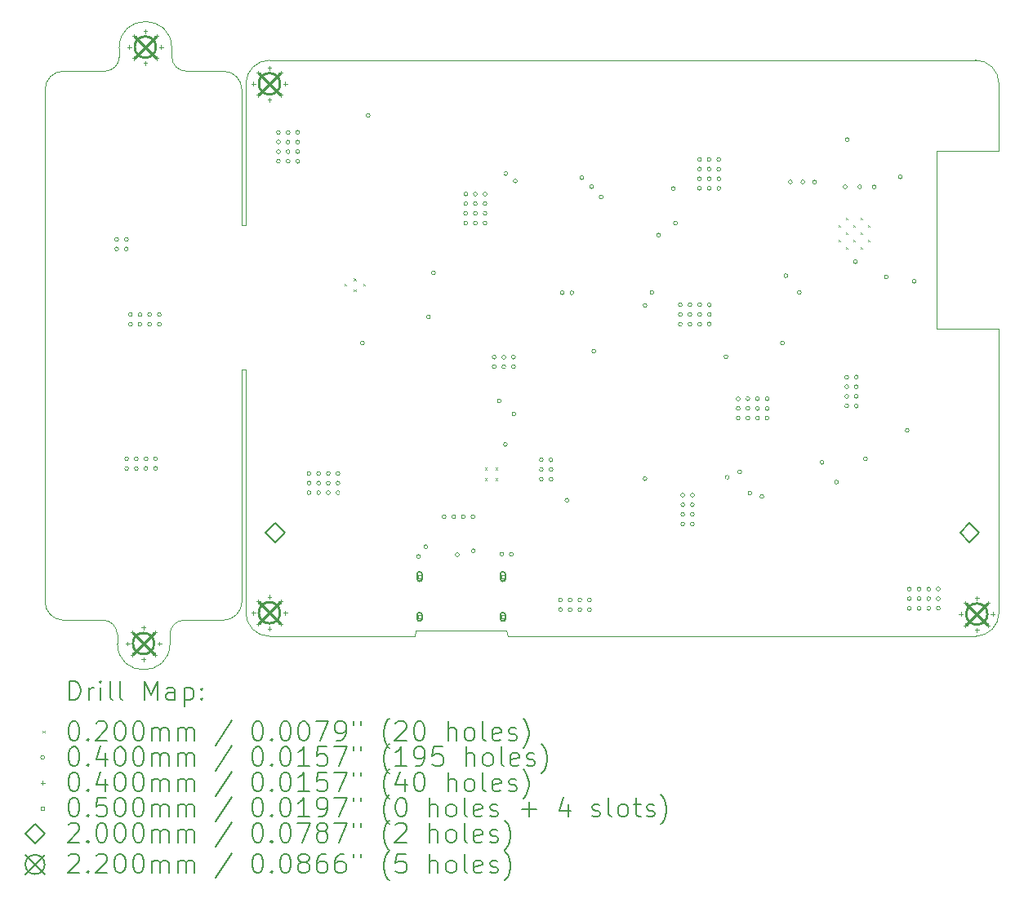
<source format=gbr>
%TF.GenerationSoftware,KiCad,Pcbnew,(6.0.11)*%
%TF.CreationDate,2023-03-03T14:47:07+07:00*%
%TF.ProjectId,chargerV1,63686172-6765-4725-9631-2e6b69636164,rev?*%
%TF.SameCoordinates,Original*%
%TF.FileFunction,Drillmap*%
%TF.FilePolarity,Positive*%
%FSLAX45Y45*%
G04 Gerber Fmt 4.5, Leading zero omitted, Abs format (unit mm)*
G04 Created by KiCad (PCBNEW (6.0.11)) date 2023-03-03 14:47:07*
%MOMM*%
%LPD*%
G01*
G04 APERTURE LIST*
%ADD10C,0.100000*%
%ADD11C,0.200000*%
%ADD12C,0.020000*%
%ADD13C,0.040000*%
%ADD14C,0.050000*%
%ADD15C,0.220000*%
G04 APERTURE END LIST*
D10*
X13660000Y-8865000D02*
G75*
G03*
X13904000Y-8621000I0J244000D01*
G01*
X13904000Y-5674000D02*
X13904000Y-8621000D01*
X8799000Y-8809000D02*
X7855000Y-8809000D01*
X4764000Y-8940000D02*
G75*
G03*
X5309000Y-8940000I272500J0D01*
G01*
X5326500Y-2757000D02*
G75*
G03*
X4781500Y-2757000I-272500J0D01*
G01*
X6095625Y-8621000D02*
X6095625Y-6100000D01*
X4632934Y-2999500D02*
X4204000Y-3000000D01*
X13904000Y-3129000D02*
X13904000Y-3824000D01*
X6053983Y-6100000D02*
X6095625Y-6100000D01*
X5457566Y-8697496D02*
G75*
G03*
X5307566Y-8847500I4J-150004D01*
G01*
X8810000Y-8865000D02*
X8799000Y-8809000D01*
X6054000Y-3190000D02*
X6054000Y-4600000D01*
X5327930Y-2849500D02*
G75*
G03*
X5477934Y-2999500I150000J0D01*
G01*
X4199000Y-8697000D02*
X4612566Y-8697500D01*
X4762570Y-8847500D02*
G75*
G03*
X4612566Y-8697500I-150010J-10D01*
G01*
X4014000Y-8507000D02*
X4014000Y-3190000D01*
X13904000Y-3129000D02*
G75*
G03*
X13660000Y-2885000I-244000J0D01*
G01*
X4632934Y-2999504D02*
G75*
G03*
X4782934Y-2849500I-4J150004D01*
G01*
X5309000Y-8940000D02*
X5307566Y-8847500D01*
X6340000Y-2886000D02*
X13660000Y-2885000D01*
X6053983Y-6100000D02*
X6053983Y-8507000D01*
X5457566Y-8697500D02*
X5866483Y-8697000D01*
X5864000Y-3000000D02*
X5477934Y-2999500D01*
X4781500Y-2757000D02*
X4782934Y-2849500D01*
X7850000Y-8865000D02*
X6339625Y-8865000D01*
X13259625Y-3824000D02*
X13259625Y-5674000D01*
X5866483Y-8696997D02*
G75*
G03*
X6053983Y-8507000I-2513J189997D01*
G01*
X6095620Y-8621000D02*
G75*
G03*
X6339625Y-8865000I244000J0D01*
G01*
X4764000Y-8940000D02*
X4762566Y-8847500D01*
X13259625Y-5674000D02*
X13904000Y-5674000D01*
X13660000Y-8865000D02*
X8810000Y-8865000D01*
X6340000Y-2886000D02*
G75*
G03*
X6096000Y-3130000I0J-244000D01*
G01*
X7855000Y-8809000D02*
X7850000Y-8865000D01*
X4204000Y-3000000D02*
G75*
G03*
X4014000Y-3190000I0J-190000D01*
G01*
X13904000Y-3824000D02*
X13259625Y-3824000D01*
X6054000Y-3190000D02*
G75*
G03*
X5864000Y-3000000I-190000J0D01*
G01*
X6054000Y-4600000D02*
X6095625Y-4600000D01*
X4013993Y-8507000D02*
G75*
G03*
X4199000Y-8697000I190067J0D01*
G01*
X6095625Y-4600000D02*
X6096000Y-3130000D01*
X5326500Y-2757000D02*
X5327934Y-2849500D01*
D11*
D12*
X7120000Y-5208250D02*
X7140000Y-5228250D01*
X7140000Y-5208250D02*
X7120000Y-5228250D01*
X7215000Y-5150750D02*
X7235000Y-5170750D01*
X7235000Y-5150750D02*
X7215000Y-5170750D01*
X7215000Y-5265750D02*
X7235000Y-5285750D01*
X7235000Y-5265750D02*
X7215000Y-5285750D01*
X7310000Y-5208250D02*
X7330000Y-5228250D01*
X7330000Y-5208250D02*
X7310000Y-5228250D01*
X8572000Y-7115000D02*
X8592000Y-7135000D01*
X8592000Y-7115000D02*
X8572000Y-7135000D01*
X8572000Y-7225000D02*
X8592000Y-7245000D01*
X8592000Y-7225000D02*
X8572000Y-7245000D01*
X8682000Y-7115000D02*
X8702000Y-7135000D01*
X8702000Y-7115000D02*
X8682000Y-7135000D01*
X8682000Y-7225000D02*
X8702000Y-7245000D01*
X8702000Y-7225000D02*
X8682000Y-7245000D01*
X12238500Y-4595750D02*
X12258500Y-4615750D01*
X12258500Y-4595750D02*
X12238500Y-4615750D01*
X12238500Y-4748250D02*
X12258500Y-4768250D01*
X12258500Y-4748250D02*
X12238500Y-4768250D01*
X12314750Y-4519500D02*
X12334750Y-4539500D01*
X12334750Y-4519500D02*
X12314750Y-4539500D01*
X12314750Y-4672000D02*
X12334750Y-4692000D01*
X12334750Y-4672000D02*
X12314750Y-4692000D01*
X12314750Y-4824500D02*
X12334750Y-4844500D01*
X12334750Y-4824500D02*
X12314750Y-4844500D01*
X12391000Y-4595750D02*
X12411000Y-4615750D01*
X12411000Y-4595750D02*
X12391000Y-4615750D01*
X12391000Y-4748250D02*
X12411000Y-4768250D01*
X12411000Y-4748250D02*
X12391000Y-4768250D01*
X12467250Y-4519500D02*
X12487250Y-4539500D01*
X12487250Y-4519500D02*
X12467250Y-4539500D01*
X12467250Y-4672000D02*
X12487250Y-4692000D01*
X12487250Y-4672000D02*
X12467250Y-4692000D01*
X12467250Y-4824500D02*
X12487250Y-4844500D01*
X12487250Y-4824500D02*
X12467250Y-4844500D01*
X12543500Y-4595750D02*
X12563500Y-4615750D01*
X12563500Y-4595750D02*
X12543500Y-4615750D01*
X12543500Y-4748250D02*
X12563500Y-4768250D01*
X12563500Y-4748250D02*
X12543500Y-4768250D01*
D13*
X4776000Y-4745000D02*
G75*
G03*
X4776000Y-4745000I-20000J0D01*
G01*
X4776000Y-4845000D02*
G75*
G03*
X4776000Y-4845000I-20000J0D01*
G01*
X4876000Y-4745000D02*
G75*
G03*
X4876000Y-4745000I-20000J0D01*
G01*
X4876000Y-4845000D02*
G75*
G03*
X4876000Y-4845000I-20000J0D01*
G01*
X4879000Y-7023000D02*
G75*
G03*
X4879000Y-7023000I-20000J0D01*
G01*
X4879000Y-7123000D02*
G75*
G03*
X4879000Y-7123000I-20000J0D01*
G01*
X4918000Y-5526000D02*
G75*
G03*
X4918000Y-5526000I-20000J0D01*
G01*
X4918000Y-5626000D02*
G75*
G03*
X4918000Y-5626000I-20000J0D01*
G01*
X4979000Y-7023000D02*
G75*
G03*
X4979000Y-7023000I-20000J0D01*
G01*
X4979000Y-7123000D02*
G75*
G03*
X4979000Y-7123000I-20000J0D01*
G01*
X5018000Y-5526000D02*
G75*
G03*
X5018000Y-5526000I-20000J0D01*
G01*
X5018000Y-5626000D02*
G75*
G03*
X5018000Y-5626000I-20000J0D01*
G01*
X5079000Y-7023000D02*
G75*
G03*
X5079000Y-7023000I-20000J0D01*
G01*
X5079000Y-7123000D02*
G75*
G03*
X5079000Y-7123000I-20000J0D01*
G01*
X5118000Y-5526000D02*
G75*
G03*
X5118000Y-5526000I-20000J0D01*
G01*
X5118000Y-5626000D02*
G75*
G03*
X5118000Y-5626000I-20000J0D01*
G01*
X5179000Y-7023000D02*
G75*
G03*
X5179000Y-7023000I-20000J0D01*
G01*
X5179000Y-7123000D02*
G75*
G03*
X5179000Y-7123000I-20000J0D01*
G01*
X5218000Y-5526000D02*
G75*
G03*
X5218000Y-5526000I-20000J0D01*
G01*
X5218000Y-5626000D02*
G75*
G03*
X5218000Y-5626000I-20000J0D01*
G01*
X6453000Y-3635000D02*
G75*
G03*
X6453000Y-3635000I-20000J0D01*
G01*
X6453000Y-3735000D02*
G75*
G03*
X6453000Y-3735000I-20000J0D01*
G01*
X6453000Y-3835000D02*
G75*
G03*
X6453000Y-3835000I-20000J0D01*
G01*
X6453000Y-3935000D02*
G75*
G03*
X6453000Y-3935000I-20000J0D01*
G01*
X6553000Y-3635000D02*
G75*
G03*
X6553000Y-3635000I-20000J0D01*
G01*
X6553000Y-3735000D02*
G75*
G03*
X6553000Y-3735000I-20000J0D01*
G01*
X6553000Y-3835000D02*
G75*
G03*
X6553000Y-3835000I-20000J0D01*
G01*
X6553000Y-3935000D02*
G75*
G03*
X6553000Y-3935000I-20000J0D01*
G01*
X6653000Y-3635000D02*
G75*
G03*
X6653000Y-3635000I-20000J0D01*
G01*
X6653000Y-3735000D02*
G75*
G03*
X6653000Y-3735000I-20000J0D01*
G01*
X6653000Y-3835000D02*
G75*
G03*
X6653000Y-3835000I-20000J0D01*
G01*
X6653000Y-3935000D02*
G75*
G03*
X6653000Y-3935000I-20000J0D01*
G01*
X6770000Y-7175000D02*
G75*
G03*
X6770000Y-7175000I-20000J0D01*
G01*
X6770000Y-7275000D02*
G75*
G03*
X6770000Y-7275000I-20000J0D01*
G01*
X6770000Y-7375000D02*
G75*
G03*
X6770000Y-7375000I-20000J0D01*
G01*
X6870000Y-7175000D02*
G75*
G03*
X6870000Y-7175000I-20000J0D01*
G01*
X6870000Y-7275000D02*
G75*
G03*
X6870000Y-7275000I-20000J0D01*
G01*
X6870000Y-7375000D02*
G75*
G03*
X6870000Y-7375000I-20000J0D01*
G01*
X6970000Y-7175000D02*
G75*
G03*
X6970000Y-7175000I-20000J0D01*
G01*
X6970000Y-7275000D02*
G75*
G03*
X6970000Y-7275000I-20000J0D01*
G01*
X6970000Y-7375000D02*
G75*
G03*
X6970000Y-7375000I-20000J0D01*
G01*
X7070000Y-7175000D02*
G75*
G03*
X7070000Y-7175000I-20000J0D01*
G01*
X7070000Y-7275000D02*
G75*
G03*
X7070000Y-7275000I-20000J0D01*
G01*
X7070000Y-7375000D02*
G75*
G03*
X7070000Y-7375000I-20000J0D01*
G01*
X7323000Y-5821000D02*
G75*
G03*
X7323000Y-5821000I-20000J0D01*
G01*
X7382000Y-3458000D02*
G75*
G03*
X7382000Y-3458000I-20000J0D01*
G01*
X7905000Y-8036000D02*
G75*
G03*
X7905000Y-8036000I-20000J0D01*
G01*
X7981000Y-7936000D02*
G75*
G03*
X7981000Y-7936000I-20000J0D01*
G01*
X8008000Y-5549000D02*
G75*
G03*
X8008000Y-5549000I-20000J0D01*
G01*
X8061000Y-5092000D02*
G75*
G03*
X8061000Y-5092000I-20000J0D01*
G01*
X8170000Y-7625000D02*
G75*
G03*
X8170000Y-7625000I-20000J0D01*
G01*
X8270000Y-7625000D02*
G75*
G03*
X8270000Y-7625000I-20000J0D01*
G01*
X8307000Y-8017000D02*
G75*
G03*
X8307000Y-8017000I-20000J0D01*
G01*
X8370000Y-7625000D02*
G75*
G03*
X8370000Y-7625000I-20000J0D01*
G01*
X8395000Y-4275000D02*
G75*
G03*
X8395000Y-4275000I-20000J0D01*
G01*
X8395000Y-4375000D02*
G75*
G03*
X8395000Y-4375000I-20000J0D01*
G01*
X8395000Y-4475000D02*
G75*
G03*
X8395000Y-4475000I-20000J0D01*
G01*
X8395000Y-4575000D02*
G75*
G03*
X8395000Y-4575000I-20000J0D01*
G01*
X8470000Y-7625000D02*
G75*
G03*
X8470000Y-7625000I-20000J0D01*
G01*
X8475000Y-7977000D02*
G75*
G03*
X8475000Y-7977000I-20000J0D01*
G01*
X8495000Y-4275000D02*
G75*
G03*
X8495000Y-4275000I-20000J0D01*
G01*
X8495000Y-4375000D02*
G75*
G03*
X8495000Y-4375000I-20000J0D01*
G01*
X8495000Y-4475000D02*
G75*
G03*
X8495000Y-4475000I-20000J0D01*
G01*
X8495000Y-4575000D02*
G75*
G03*
X8495000Y-4575000I-20000J0D01*
G01*
X8595000Y-4275000D02*
G75*
G03*
X8595000Y-4275000I-20000J0D01*
G01*
X8595000Y-4375000D02*
G75*
G03*
X8595000Y-4375000I-20000J0D01*
G01*
X8595000Y-4475000D02*
G75*
G03*
X8595000Y-4475000I-20000J0D01*
G01*
X8595000Y-4575000D02*
G75*
G03*
X8595000Y-4575000I-20000J0D01*
G01*
X8690000Y-5968000D02*
G75*
G03*
X8690000Y-5968000I-20000J0D01*
G01*
X8690000Y-6068000D02*
G75*
G03*
X8690000Y-6068000I-20000J0D01*
G01*
X8742500Y-6422500D02*
G75*
G03*
X8742500Y-6422500I-20000J0D01*
G01*
X8769000Y-8013000D02*
G75*
G03*
X8769000Y-8013000I-20000J0D01*
G01*
X8790000Y-5968000D02*
G75*
G03*
X8790000Y-5968000I-20000J0D01*
G01*
X8790000Y-6068000D02*
G75*
G03*
X8790000Y-6068000I-20000J0D01*
G01*
X8806000Y-6874000D02*
G75*
G03*
X8806000Y-6874000I-20000J0D01*
G01*
X8809000Y-4063000D02*
G75*
G03*
X8809000Y-4063000I-20000J0D01*
G01*
X8869000Y-8013000D02*
G75*
G03*
X8869000Y-8013000I-20000J0D01*
G01*
X8890000Y-5968000D02*
G75*
G03*
X8890000Y-5968000I-20000J0D01*
G01*
X8890000Y-6068000D02*
G75*
G03*
X8890000Y-6068000I-20000J0D01*
G01*
X8895000Y-6559000D02*
G75*
G03*
X8895000Y-6559000I-20000J0D01*
G01*
X8909000Y-4139000D02*
G75*
G03*
X8909000Y-4139000I-20000J0D01*
G01*
X9179000Y-7034000D02*
G75*
G03*
X9179000Y-7034000I-20000J0D01*
G01*
X9179000Y-7134000D02*
G75*
G03*
X9179000Y-7134000I-20000J0D01*
G01*
X9179000Y-7234000D02*
G75*
G03*
X9179000Y-7234000I-20000J0D01*
G01*
X9279000Y-7034000D02*
G75*
G03*
X9279000Y-7034000I-20000J0D01*
G01*
X9279000Y-7134000D02*
G75*
G03*
X9279000Y-7134000I-20000J0D01*
G01*
X9279000Y-7234000D02*
G75*
G03*
X9279000Y-7234000I-20000J0D01*
G01*
X9378000Y-8488000D02*
G75*
G03*
X9378000Y-8488000I-20000J0D01*
G01*
X9378000Y-8588000D02*
G75*
G03*
X9378000Y-8588000I-20000J0D01*
G01*
X9395000Y-5300000D02*
G75*
G03*
X9395000Y-5300000I-20000J0D01*
G01*
X9444050Y-7453000D02*
G75*
G03*
X9444050Y-7453000I-20000J0D01*
G01*
X9478000Y-8488000D02*
G75*
G03*
X9478000Y-8488000I-20000J0D01*
G01*
X9478000Y-8588000D02*
G75*
G03*
X9478000Y-8588000I-20000J0D01*
G01*
X9495000Y-5300000D02*
G75*
G03*
X9495000Y-5300000I-20000J0D01*
G01*
X9578000Y-8488000D02*
G75*
G03*
X9578000Y-8488000I-20000J0D01*
G01*
X9578000Y-8588000D02*
G75*
G03*
X9578000Y-8588000I-20000J0D01*
G01*
X9599000Y-4105000D02*
G75*
G03*
X9599000Y-4105000I-20000J0D01*
G01*
X9678000Y-8488000D02*
G75*
G03*
X9678000Y-8488000I-20000J0D01*
G01*
X9678000Y-8588000D02*
G75*
G03*
X9678000Y-8588000I-20000J0D01*
G01*
X9699000Y-4199000D02*
G75*
G03*
X9699000Y-4199000I-20000J0D01*
G01*
X9724000Y-5905000D02*
G75*
G03*
X9724000Y-5905000I-20000J0D01*
G01*
X9799000Y-4304000D02*
G75*
G03*
X9799000Y-4304000I-20000J0D01*
G01*
X10254000Y-5430000D02*
G75*
G03*
X10254000Y-5430000I-20000J0D01*
G01*
X10254000Y-7229000D02*
G75*
G03*
X10254000Y-7229000I-20000J0D01*
G01*
X10326450Y-5295000D02*
G75*
G03*
X10326450Y-5295000I-20000J0D01*
G01*
X10395000Y-4700000D02*
G75*
G03*
X10395000Y-4700000I-20000J0D01*
G01*
X10548000Y-4218000D02*
G75*
G03*
X10548000Y-4218000I-20000J0D01*
G01*
X10570000Y-4575000D02*
G75*
G03*
X10570000Y-4575000I-20000J0D01*
G01*
X10620000Y-5425000D02*
G75*
G03*
X10620000Y-5425000I-20000J0D01*
G01*
X10620000Y-5525000D02*
G75*
G03*
X10620000Y-5525000I-20000J0D01*
G01*
X10620000Y-5625000D02*
G75*
G03*
X10620000Y-5625000I-20000J0D01*
G01*
X10645000Y-7400000D02*
G75*
G03*
X10645000Y-7400000I-20000J0D01*
G01*
X10645000Y-7500000D02*
G75*
G03*
X10645000Y-7500000I-20000J0D01*
G01*
X10645000Y-7600000D02*
G75*
G03*
X10645000Y-7600000I-20000J0D01*
G01*
X10645000Y-7700000D02*
G75*
G03*
X10645000Y-7700000I-20000J0D01*
G01*
X10720000Y-5425000D02*
G75*
G03*
X10720000Y-5425000I-20000J0D01*
G01*
X10720000Y-5525000D02*
G75*
G03*
X10720000Y-5525000I-20000J0D01*
G01*
X10720000Y-5625000D02*
G75*
G03*
X10720000Y-5625000I-20000J0D01*
G01*
X10745000Y-7400000D02*
G75*
G03*
X10745000Y-7400000I-20000J0D01*
G01*
X10745000Y-7500000D02*
G75*
G03*
X10745000Y-7500000I-20000J0D01*
G01*
X10745000Y-7600000D02*
G75*
G03*
X10745000Y-7600000I-20000J0D01*
G01*
X10745000Y-7700000D02*
G75*
G03*
X10745000Y-7700000I-20000J0D01*
G01*
X10819000Y-3916000D02*
G75*
G03*
X10819000Y-3916000I-20000J0D01*
G01*
X10819000Y-4016000D02*
G75*
G03*
X10819000Y-4016000I-20000J0D01*
G01*
X10819000Y-4116000D02*
G75*
G03*
X10819000Y-4116000I-20000J0D01*
G01*
X10819000Y-4216000D02*
G75*
G03*
X10819000Y-4216000I-20000J0D01*
G01*
X10820000Y-5425000D02*
G75*
G03*
X10820000Y-5425000I-20000J0D01*
G01*
X10820000Y-5525000D02*
G75*
G03*
X10820000Y-5525000I-20000J0D01*
G01*
X10820000Y-5625000D02*
G75*
G03*
X10820000Y-5625000I-20000J0D01*
G01*
X10919000Y-3916000D02*
G75*
G03*
X10919000Y-3916000I-20000J0D01*
G01*
X10919000Y-4016000D02*
G75*
G03*
X10919000Y-4016000I-20000J0D01*
G01*
X10919000Y-4116000D02*
G75*
G03*
X10919000Y-4116000I-20000J0D01*
G01*
X10919000Y-4216000D02*
G75*
G03*
X10919000Y-4216000I-20000J0D01*
G01*
X10920000Y-5425000D02*
G75*
G03*
X10920000Y-5425000I-20000J0D01*
G01*
X10920000Y-5525000D02*
G75*
G03*
X10920000Y-5525000I-20000J0D01*
G01*
X10920000Y-5625000D02*
G75*
G03*
X10920000Y-5625000I-20000J0D01*
G01*
X11019000Y-3916000D02*
G75*
G03*
X11019000Y-3916000I-20000J0D01*
G01*
X11019000Y-4016000D02*
G75*
G03*
X11019000Y-4016000I-20000J0D01*
G01*
X11019000Y-4116000D02*
G75*
G03*
X11019000Y-4116000I-20000J0D01*
G01*
X11019000Y-4216000D02*
G75*
G03*
X11019000Y-4216000I-20000J0D01*
G01*
X11093000Y-5963000D02*
G75*
G03*
X11093000Y-5963000I-20000J0D01*
G01*
X11106000Y-7214000D02*
G75*
G03*
X11106000Y-7214000I-20000J0D01*
G01*
X11220000Y-6400000D02*
G75*
G03*
X11220000Y-6400000I-20000J0D01*
G01*
X11220000Y-6500000D02*
G75*
G03*
X11220000Y-6500000I-20000J0D01*
G01*
X11220000Y-6600000D02*
G75*
G03*
X11220000Y-6600000I-20000J0D01*
G01*
X11235000Y-7160000D02*
G75*
G03*
X11235000Y-7160000I-20000J0D01*
G01*
X11320000Y-6400000D02*
G75*
G03*
X11320000Y-6400000I-20000J0D01*
G01*
X11320000Y-6500000D02*
G75*
G03*
X11320000Y-6500000I-20000J0D01*
G01*
X11320000Y-6600000D02*
G75*
G03*
X11320000Y-6600000I-20000J0D01*
G01*
X11342450Y-7379000D02*
G75*
G03*
X11342450Y-7379000I-20000J0D01*
G01*
X11420000Y-6400000D02*
G75*
G03*
X11420000Y-6400000I-20000J0D01*
G01*
X11420000Y-6500000D02*
G75*
G03*
X11420000Y-6500000I-20000J0D01*
G01*
X11420000Y-6600000D02*
G75*
G03*
X11420000Y-6600000I-20000J0D01*
G01*
X11466000Y-7415000D02*
G75*
G03*
X11466000Y-7415000I-20000J0D01*
G01*
X11520000Y-6400000D02*
G75*
G03*
X11520000Y-6400000I-20000J0D01*
G01*
X11520000Y-6500000D02*
G75*
G03*
X11520000Y-6500000I-20000J0D01*
G01*
X11520000Y-6600000D02*
G75*
G03*
X11520000Y-6600000I-20000J0D01*
G01*
X11679730Y-5821270D02*
G75*
G03*
X11679730Y-5821270I-20000J0D01*
G01*
X11714000Y-5122550D02*
G75*
G03*
X11714000Y-5122550I-20000J0D01*
G01*
X11761000Y-4150000D02*
G75*
G03*
X11761000Y-4150000I-20000J0D01*
G01*
X11852500Y-5296500D02*
G75*
G03*
X11852500Y-5296500I-20000J0D01*
G01*
X11890000Y-4150000D02*
G75*
G03*
X11890000Y-4150000I-20000J0D01*
G01*
X12011000Y-4150000D02*
G75*
G03*
X12011000Y-4150000I-20000J0D01*
G01*
X12090000Y-7060000D02*
G75*
G03*
X12090000Y-7060000I-20000J0D01*
G01*
X12239000Y-7264550D02*
G75*
G03*
X12239000Y-7264550I-20000J0D01*
G01*
X12330000Y-4200000D02*
G75*
G03*
X12330000Y-4200000I-20000J0D01*
G01*
X12345000Y-6175000D02*
G75*
G03*
X12345000Y-6175000I-20000J0D01*
G01*
X12345000Y-6275000D02*
G75*
G03*
X12345000Y-6275000I-20000J0D01*
G01*
X12345000Y-6375000D02*
G75*
G03*
X12345000Y-6375000I-20000J0D01*
G01*
X12345000Y-6475000D02*
G75*
G03*
X12345000Y-6475000I-20000J0D01*
G01*
X12350000Y-3710000D02*
G75*
G03*
X12350000Y-3710000I-20000J0D01*
G01*
X12435000Y-4976050D02*
G75*
G03*
X12435000Y-4976050I-20000J0D01*
G01*
X12445000Y-6175000D02*
G75*
G03*
X12445000Y-6175000I-20000J0D01*
G01*
X12445000Y-6275000D02*
G75*
G03*
X12445000Y-6275000I-20000J0D01*
G01*
X12445000Y-6375000D02*
G75*
G03*
X12445000Y-6375000I-20000J0D01*
G01*
X12445000Y-6475000D02*
G75*
G03*
X12445000Y-6475000I-20000J0D01*
G01*
X12480000Y-4200000D02*
G75*
G03*
X12480000Y-4200000I-20000J0D01*
G01*
X12538000Y-7023000D02*
G75*
G03*
X12538000Y-7023000I-20000J0D01*
G01*
X12630000Y-4200000D02*
G75*
G03*
X12630000Y-4200000I-20000J0D01*
G01*
X12756000Y-5136000D02*
G75*
G03*
X12756000Y-5136000I-20000J0D01*
G01*
X12900000Y-4096000D02*
G75*
G03*
X12900000Y-4096000I-20000J0D01*
G01*
X12972450Y-6727550D02*
G75*
G03*
X12972450Y-6727550I-20000J0D01*
G01*
X12995000Y-8375000D02*
G75*
G03*
X12995000Y-8375000I-20000J0D01*
G01*
X12995000Y-8475000D02*
G75*
G03*
X12995000Y-8475000I-20000J0D01*
G01*
X12995000Y-8575000D02*
G75*
G03*
X12995000Y-8575000I-20000J0D01*
G01*
X13045000Y-5180000D02*
G75*
G03*
X13045000Y-5180000I-20000J0D01*
G01*
X13095000Y-8375000D02*
G75*
G03*
X13095000Y-8375000I-20000J0D01*
G01*
X13095000Y-8475000D02*
G75*
G03*
X13095000Y-8475000I-20000J0D01*
G01*
X13095000Y-8575000D02*
G75*
G03*
X13095000Y-8575000I-20000J0D01*
G01*
X13195000Y-8375000D02*
G75*
G03*
X13195000Y-8375000I-20000J0D01*
G01*
X13195000Y-8475000D02*
G75*
G03*
X13195000Y-8475000I-20000J0D01*
G01*
X13195000Y-8575000D02*
G75*
G03*
X13195000Y-8575000I-20000J0D01*
G01*
X13295000Y-8375000D02*
G75*
G03*
X13295000Y-8375000I-20000J0D01*
G01*
X13295000Y-8475000D02*
G75*
G03*
X13295000Y-8475000I-20000J0D01*
G01*
X13295000Y-8575000D02*
G75*
G03*
X13295000Y-8575000I-20000J0D01*
G01*
X4869000Y-8920000D02*
X4869000Y-8960000D01*
X4849000Y-8940000D02*
X4889000Y-8940000D01*
X4887934Y-2729500D02*
X4887934Y-2769500D01*
X4867934Y-2749500D02*
X4907934Y-2749500D01*
X4917327Y-8803327D02*
X4917327Y-8843327D01*
X4897327Y-8823327D02*
X4937327Y-8823327D01*
X4917327Y-9036673D02*
X4917327Y-9076673D01*
X4897327Y-9056673D02*
X4937327Y-9056673D01*
X4936261Y-2612827D02*
X4936261Y-2652827D01*
X4916261Y-2632827D02*
X4956261Y-2632827D01*
X4936261Y-2846173D02*
X4936261Y-2886173D01*
X4916261Y-2866173D02*
X4956261Y-2866173D01*
X5034000Y-8755000D02*
X5034000Y-8795000D01*
X5014000Y-8775000D02*
X5054000Y-8775000D01*
X5034000Y-9085000D02*
X5034000Y-9125000D01*
X5014000Y-9105000D02*
X5054000Y-9105000D01*
X5052934Y-2564500D02*
X5052934Y-2604500D01*
X5032934Y-2584500D02*
X5072934Y-2584500D01*
X5052934Y-2894500D02*
X5052934Y-2934500D01*
X5032934Y-2914500D02*
X5072934Y-2914500D01*
X5150673Y-8803327D02*
X5150673Y-8843327D01*
X5130673Y-8823327D02*
X5170673Y-8823327D01*
X5150673Y-9036673D02*
X5150673Y-9076673D01*
X5130673Y-9056673D02*
X5170673Y-9056673D01*
X5169607Y-2612827D02*
X5169607Y-2652827D01*
X5149607Y-2632827D02*
X5189607Y-2632827D01*
X5169607Y-2846173D02*
X5169607Y-2886173D01*
X5149607Y-2866173D02*
X5189607Y-2866173D01*
X5199000Y-8920000D02*
X5199000Y-8960000D01*
X5179000Y-8940000D02*
X5219000Y-8940000D01*
X5217934Y-2729500D02*
X5217934Y-2769500D01*
X5197934Y-2749500D02*
X5237934Y-2749500D01*
X6174620Y-8601000D02*
X6174620Y-8641000D01*
X6154620Y-8621000D02*
X6194620Y-8621000D01*
X6175000Y-3110000D02*
X6175000Y-3150000D01*
X6155000Y-3130000D02*
X6195000Y-3130000D01*
X6222947Y-8484327D02*
X6222947Y-8524327D01*
X6202947Y-8504327D02*
X6242947Y-8504327D01*
X6222947Y-8717673D02*
X6222947Y-8757673D01*
X6202947Y-8737673D02*
X6242947Y-8737673D01*
X6223327Y-2993327D02*
X6223327Y-3033327D01*
X6203327Y-3013327D02*
X6243327Y-3013327D01*
X6223327Y-3226673D02*
X6223327Y-3266673D01*
X6203327Y-3246673D02*
X6243327Y-3246673D01*
X6339620Y-8436000D02*
X6339620Y-8476000D01*
X6319620Y-8456000D02*
X6359620Y-8456000D01*
X6339620Y-8766000D02*
X6339620Y-8806000D01*
X6319620Y-8786000D02*
X6359620Y-8786000D01*
X6340000Y-2945000D02*
X6340000Y-2985000D01*
X6320000Y-2965000D02*
X6360000Y-2965000D01*
X6340000Y-3275000D02*
X6340000Y-3315000D01*
X6320000Y-3295000D02*
X6360000Y-3295000D01*
X6456293Y-8484327D02*
X6456293Y-8524327D01*
X6436293Y-8504327D02*
X6476293Y-8504327D01*
X6456293Y-8717673D02*
X6456293Y-8757673D01*
X6436293Y-8737673D02*
X6476293Y-8737673D01*
X6456673Y-2993327D02*
X6456673Y-3033327D01*
X6436673Y-3013327D02*
X6476673Y-3013327D01*
X6456673Y-3226673D02*
X6456673Y-3266673D01*
X6436673Y-3246673D02*
X6476673Y-3246673D01*
X6504620Y-8601000D02*
X6504620Y-8641000D01*
X6484620Y-8621000D02*
X6524620Y-8621000D01*
X6505000Y-3110000D02*
X6505000Y-3150000D01*
X6485000Y-3130000D02*
X6525000Y-3130000D01*
X13509000Y-8614000D02*
X13509000Y-8654000D01*
X13489000Y-8634000D02*
X13529000Y-8634000D01*
X13557327Y-8497327D02*
X13557327Y-8537327D01*
X13537327Y-8517327D02*
X13577327Y-8517327D01*
X13557327Y-8730673D02*
X13557327Y-8770673D01*
X13537327Y-8750673D02*
X13577327Y-8750673D01*
X13674000Y-8449000D02*
X13674000Y-8489000D01*
X13654000Y-8469000D02*
X13694000Y-8469000D01*
X13674000Y-8779000D02*
X13674000Y-8819000D01*
X13654000Y-8799000D02*
X13694000Y-8799000D01*
X13790673Y-8497327D02*
X13790673Y-8537327D01*
X13770673Y-8517327D02*
X13810673Y-8517327D01*
X13790673Y-8730673D02*
X13790673Y-8770673D01*
X13770673Y-8750673D02*
X13810673Y-8750673D01*
X13839000Y-8614000D02*
X13839000Y-8654000D01*
X13819000Y-8634000D02*
X13859000Y-8634000D01*
D14*
X7913678Y-8263178D02*
X7913678Y-8227822D01*
X7878322Y-8227822D01*
X7878322Y-8263178D01*
X7913678Y-8263178D01*
D11*
X7871000Y-8220500D02*
X7871000Y-8270500D01*
X7921000Y-8220500D02*
X7921000Y-8270500D01*
X7871000Y-8270500D02*
G75*
G03*
X7921000Y-8270500I25000J0D01*
G01*
X7921000Y-8220500D02*
G75*
G03*
X7871000Y-8220500I-25000J0D01*
G01*
D14*
X7913678Y-8681178D02*
X7913678Y-8645822D01*
X7878322Y-8645822D01*
X7878322Y-8681178D01*
X7913678Y-8681178D01*
D11*
X7871000Y-8643500D02*
X7871000Y-8683500D01*
X7921000Y-8643500D02*
X7921000Y-8683500D01*
X7871000Y-8683500D02*
G75*
G03*
X7921000Y-8683500I25000J0D01*
G01*
X7921000Y-8643500D02*
G75*
G03*
X7871000Y-8643500I-25000J0D01*
G01*
D14*
X8777678Y-8263178D02*
X8777678Y-8227822D01*
X8742322Y-8227822D01*
X8742322Y-8263178D01*
X8777678Y-8263178D01*
D11*
X8735000Y-8220500D02*
X8735000Y-8270500D01*
X8785000Y-8220500D02*
X8785000Y-8270500D01*
X8735000Y-8270500D02*
G75*
G03*
X8785000Y-8270500I25000J0D01*
G01*
X8785000Y-8220500D02*
G75*
G03*
X8735000Y-8220500I-25000J0D01*
G01*
D14*
X8777678Y-8681178D02*
X8777678Y-8645822D01*
X8742322Y-8645822D01*
X8742322Y-8681178D01*
X8777678Y-8681178D01*
D11*
X8735000Y-8643500D02*
X8735000Y-8683500D01*
X8785000Y-8643500D02*
X8785000Y-8683500D01*
X8735000Y-8683500D02*
G75*
G03*
X8785000Y-8683500I25000J0D01*
G01*
X8785000Y-8643500D02*
G75*
G03*
X8735000Y-8643500I-25000J0D01*
G01*
X6400000Y-7887000D02*
X6500000Y-7787000D01*
X6400000Y-7687000D01*
X6300000Y-7787000D01*
X6400000Y-7887000D01*
X13600000Y-7887000D02*
X13700000Y-7787000D01*
X13600000Y-7687000D01*
X13500000Y-7787000D01*
X13600000Y-7887000D01*
D15*
X4924000Y-8830000D02*
X5144000Y-9050000D01*
X5144000Y-8830000D02*
X4924000Y-9050000D01*
X5144000Y-8940000D02*
G75*
G03*
X5144000Y-8940000I-110000J0D01*
G01*
X4942934Y-2639500D02*
X5162934Y-2859500D01*
X5162934Y-2639500D02*
X4942934Y-2859500D01*
X5162934Y-2749500D02*
G75*
G03*
X5162934Y-2749500I-110000J0D01*
G01*
X6229620Y-8511000D02*
X6449620Y-8731000D01*
X6449620Y-8511000D02*
X6229620Y-8731000D01*
X6449620Y-8621000D02*
G75*
G03*
X6449620Y-8621000I-110000J0D01*
G01*
X6230000Y-3020000D02*
X6450000Y-3240000D01*
X6450000Y-3020000D02*
X6230000Y-3240000D01*
X6450000Y-3130000D02*
G75*
G03*
X6450000Y-3130000I-110000J0D01*
G01*
X13564000Y-8524000D02*
X13784000Y-8744000D01*
X13784000Y-8524000D02*
X13564000Y-8744000D01*
X13784000Y-8634000D02*
G75*
G03*
X13784000Y-8634000I-110000J0D01*
G01*
D11*
X4266619Y-9527976D02*
X4266619Y-9327976D01*
X4314238Y-9327976D01*
X4342810Y-9337500D01*
X4361857Y-9356548D01*
X4371381Y-9375595D01*
X4380905Y-9413690D01*
X4380905Y-9442262D01*
X4371381Y-9480357D01*
X4361857Y-9499405D01*
X4342810Y-9518452D01*
X4314238Y-9527976D01*
X4266619Y-9527976D01*
X4466619Y-9527976D02*
X4466619Y-9394643D01*
X4466619Y-9432738D02*
X4476143Y-9413690D01*
X4485667Y-9404167D01*
X4504714Y-9394643D01*
X4523762Y-9394643D01*
X4590429Y-9527976D02*
X4590429Y-9394643D01*
X4590429Y-9327976D02*
X4580905Y-9337500D01*
X4590429Y-9347024D01*
X4599952Y-9337500D01*
X4590429Y-9327976D01*
X4590429Y-9347024D01*
X4714238Y-9527976D02*
X4695190Y-9518452D01*
X4685667Y-9499405D01*
X4685667Y-9327976D01*
X4819000Y-9527976D02*
X4799952Y-9518452D01*
X4790429Y-9499405D01*
X4790429Y-9327976D01*
X5047571Y-9527976D02*
X5047571Y-9327976D01*
X5114238Y-9470833D01*
X5180905Y-9327976D01*
X5180905Y-9527976D01*
X5361857Y-9527976D02*
X5361857Y-9423214D01*
X5352333Y-9404167D01*
X5333286Y-9394643D01*
X5295190Y-9394643D01*
X5276143Y-9404167D01*
X5361857Y-9518452D02*
X5342810Y-9527976D01*
X5295190Y-9527976D01*
X5276143Y-9518452D01*
X5266619Y-9499405D01*
X5266619Y-9480357D01*
X5276143Y-9461310D01*
X5295190Y-9451786D01*
X5342810Y-9451786D01*
X5361857Y-9442262D01*
X5457095Y-9394643D02*
X5457095Y-9594643D01*
X5457095Y-9404167D02*
X5476143Y-9394643D01*
X5514238Y-9394643D01*
X5533286Y-9404167D01*
X5542810Y-9413690D01*
X5552333Y-9432738D01*
X5552333Y-9489881D01*
X5542810Y-9508929D01*
X5533286Y-9518452D01*
X5514238Y-9527976D01*
X5476143Y-9527976D01*
X5457095Y-9518452D01*
X5638048Y-9508929D02*
X5647571Y-9518452D01*
X5638048Y-9527976D01*
X5628524Y-9518452D01*
X5638048Y-9508929D01*
X5638048Y-9527976D01*
X5638048Y-9404167D02*
X5647571Y-9413690D01*
X5638048Y-9423214D01*
X5628524Y-9413690D01*
X5638048Y-9404167D01*
X5638048Y-9423214D01*
D12*
X3989000Y-9847500D02*
X4009000Y-9867500D01*
X4009000Y-9847500D02*
X3989000Y-9867500D01*
D11*
X4304714Y-9747976D02*
X4323762Y-9747976D01*
X4342810Y-9757500D01*
X4352333Y-9767024D01*
X4361857Y-9786071D01*
X4371381Y-9824167D01*
X4371381Y-9871786D01*
X4361857Y-9909881D01*
X4352333Y-9928929D01*
X4342810Y-9938452D01*
X4323762Y-9947976D01*
X4304714Y-9947976D01*
X4285667Y-9938452D01*
X4276143Y-9928929D01*
X4266619Y-9909881D01*
X4257095Y-9871786D01*
X4257095Y-9824167D01*
X4266619Y-9786071D01*
X4276143Y-9767024D01*
X4285667Y-9757500D01*
X4304714Y-9747976D01*
X4457095Y-9928929D02*
X4466619Y-9938452D01*
X4457095Y-9947976D01*
X4447571Y-9938452D01*
X4457095Y-9928929D01*
X4457095Y-9947976D01*
X4542810Y-9767024D02*
X4552333Y-9757500D01*
X4571381Y-9747976D01*
X4619000Y-9747976D01*
X4638048Y-9757500D01*
X4647571Y-9767024D01*
X4657095Y-9786071D01*
X4657095Y-9805119D01*
X4647571Y-9833690D01*
X4533286Y-9947976D01*
X4657095Y-9947976D01*
X4780905Y-9747976D02*
X4799952Y-9747976D01*
X4819000Y-9757500D01*
X4828524Y-9767024D01*
X4838048Y-9786071D01*
X4847571Y-9824167D01*
X4847571Y-9871786D01*
X4838048Y-9909881D01*
X4828524Y-9928929D01*
X4819000Y-9938452D01*
X4799952Y-9947976D01*
X4780905Y-9947976D01*
X4761857Y-9938452D01*
X4752333Y-9928929D01*
X4742810Y-9909881D01*
X4733286Y-9871786D01*
X4733286Y-9824167D01*
X4742810Y-9786071D01*
X4752333Y-9767024D01*
X4761857Y-9757500D01*
X4780905Y-9747976D01*
X4971381Y-9747976D02*
X4990429Y-9747976D01*
X5009476Y-9757500D01*
X5019000Y-9767024D01*
X5028524Y-9786071D01*
X5038048Y-9824167D01*
X5038048Y-9871786D01*
X5028524Y-9909881D01*
X5019000Y-9928929D01*
X5009476Y-9938452D01*
X4990429Y-9947976D01*
X4971381Y-9947976D01*
X4952333Y-9938452D01*
X4942810Y-9928929D01*
X4933286Y-9909881D01*
X4923762Y-9871786D01*
X4923762Y-9824167D01*
X4933286Y-9786071D01*
X4942810Y-9767024D01*
X4952333Y-9757500D01*
X4971381Y-9747976D01*
X5123762Y-9947976D02*
X5123762Y-9814643D01*
X5123762Y-9833690D02*
X5133286Y-9824167D01*
X5152333Y-9814643D01*
X5180905Y-9814643D01*
X5199952Y-9824167D01*
X5209476Y-9843214D01*
X5209476Y-9947976D01*
X5209476Y-9843214D02*
X5219000Y-9824167D01*
X5238048Y-9814643D01*
X5266619Y-9814643D01*
X5285667Y-9824167D01*
X5295190Y-9843214D01*
X5295190Y-9947976D01*
X5390429Y-9947976D02*
X5390429Y-9814643D01*
X5390429Y-9833690D02*
X5399952Y-9824167D01*
X5419000Y-9814643D01*
X5447571Y-9814643D01*
X5466619Y-9824167D01*
X5476143Y-9843214D01*
X5476143Y-9947976D01*
X5476143Y-9843214D02*
X5485667Y-9824167D01*
X5504714Y-9814643D01*
X5533286Y-9814643D01*
X5552333Y-9824167D01*
X5561857Y-9843214D01*
X5561857Y-9947976D01*
X5952333Y-9738452D02*
X5780905Y-9995595D01*
X6209476Y-9747976D02*
X6228524Y-9747976D01*
X6247571Y-9757500D01*
X6257095Y-9767024D01*
X6266619Y-9786071D01*
X6276143Y-9824167D01*
X6276143Y-9871786D01*
X6266619Y-9909881D01*
X6257095Y-9928929D01*
X6247571Y-9938452D01*
X6228524Y-9947976D01*
X6209476Y-9947976D01*
X6190428Y-9938452D01*
X6180905Y-9928929D01*
X6171381Y-9909881D01*
X6161857Y-9871786D01*
X6161857Y-9824167D01*
X6171381Y-9786071D01*
X6180905Y-9767024D01*
X6190428Y-9757500D01*
X6209476Y-9747976D01*
X6361857Y-9928929D02*
X6371381Y-9938452D01*
X6361857Y-9947976D01*
X6352333Y-9938452D01*
X6361857Y-9928929D01*
X6361857Y-9947976D01*
X6495190Y-9747976D02*
X6514238Y-9747976D01*
X6533286Y-9757500D01*
X6542809Y-9767024D01*
X6552333Y-9786071D01*
X6561857Y-9824167D01*
X6561857Y-9871786D01*
X6552333Y-9909881D01*
X6542809Y-9928929D01*
X6533286Y-9938452D01*
X6514238Y-9947976D01*
X6495190Y-9947976D01*
X6476143Y-9938452D01*
X6466619Y-9928929D01*
X6457095Y-9909881D01*
X6447571Y-9871786D01*
X6447571Y-9824167D01*
X6457095Y-9786071D01*
X6466619Y-9767024D01*
X6476143Y-9757500D01*
X6495190Y-9747976D01*
X6685667Y-9747976D02*
X6704714Y-9747976D01*
X6723762Y-9757500D01*
X6733286Y-9767024D01*
X6742809Y-9786071D01*
X6752333Y-9824167D01*
X6752333Y-9871786D01*
X6742809Y-9909881D01*
X6733286Y-9928929D01*
X6723762Y-9938452D01*
X6704714Y-9947976D01*
X6685667Y-9947976D01*
X6666619Y-9938452D01*
X6657095Y-9928929D01*
X6647571Y-9909881D01*
X6638048Y-9871786D01*
X6638048Y-9824167D01*
X6647571Y-9786071D01*
X6657095Y-9767024D01*
X6666619Y-9757500D01*
X6685667Y-9747976D01*
X6819000Y-9747976D02*
X6952333Y-9747976D01*
X6866619Y-9947976D01*
X7038048Y-9947976D02*
X7076143Y-9947976D01*
X7095190Y-9938452D01*
X7104714Y-9928929D01*
X7123762Y-9900357D01*
X7133286Y-9862262D01*
X7133286Y-9786071D01*
X7123762Y-9767024D01*
X7114238Y-9757500D01*
X7095190Y-9747976D01*
X7057095Y-9747976D01*
X7038048Y-9757500D01*
X7028524Y-9767024D01*
X7019000Y-9786071D01*
X7019000Y-9833690D01*
X7028524Y-9852738D01*
X7038048Y-9862262D01*
X7057095Y-9871786D01*
X7095190Y-9871786D01*
X7114238Y-9862262D01*
X7123762Y-9852738D01*
X7133286Y-9833690D01*
X7209476Y-9747976D02*
X7209476Y-9786071D01*
X7285667Y-9747976D02*
X7285667Y-9786071D01*
X7580905Y-10024167D02*
X7571381Y-10014643D01*
X7552333Y-9986071D01*
X7542809Y-9967024D01*
X7533286Y-9938452D01*
X7523762Y-9890833D01*
X7523762Y-9852738D01*
X7533286Y-9805119D01*
X7542809Y-9776548D01*
X7552333Y-9757500D01*
X7571381Y-9728929D01*
X7580905Y-9719405D01*
X7647571Y-9767024D02*
X7657095Y-9757500D01*
X7676143Y-9747976D01*
X7723762Y-9747976D01*
X7742809Y-9757500D01*
X7752333Y-9767024D01*
X7761857Y-9786071D01*
X7761857Y-9805119D01*
X7752333Y-9833690D01*
X7638048Y-9947976D01*
X7761857Y-9947976D01*
X7885667Y-9747976D02*
X7904714Y-9747976D01*
X7923762Y-9757500D01*
X7933286Y-9767024D01*
X7942809Y-9786071D01*
X7952333Y-9824167D01*
X7952333Y-9871786D01*
X7942809Y-9909881D01*
X7933286Y-9928929D01*
X7923762Y-9938452D01*
X7904714Y-9947976D01*
X7885667Y-9947976D01*
X7866619Y-9938452D01*
X7857095Y-9928929D01*
X7847571Y-9909881D01*
X7838048Y-9871786D01*
X7838048Y-9824167D01*
X7847571Y-9786071D01*
X7857095Y-9767024D01*
X7866619Y-9757500D01*
X7885667Y-9747976D01*
X8190428Y-9947976D02*
X8190428Y-9747976D01*
X8276143Y-9947976D02*
X8276143Y-9843214D01*
X8266619Y-9824167D01*
X8247571Y-9814643D01*
X8219000Y-9814643D01*
X8199952Y-9824167D01*
X8190428Y-9833690D01*
X8399952Y-9947976D02*
X8380905Y-9938452D01*
X8371381Y-9928929D01*
X8361857Y-9909881D01*
X8361857Y-9852738D01*
X8371381Y-9833690D01*
X8380905Y-9824167D01*
X8399952Y-9814643D01*
X8428524Y-9814643D01*
X8447571Y-9824167D01*
X8457095Y-9833690D01*
X8466619Y-9852738D01*
X8466619Y-9909881D01*
X8457095Y-9928929D01*
X8447571Y-9938452D01*
X8428524Y-9947976D01*
X8399952Y-9947976D01*
X8580905Y-9947976D02*
X8561857Y-9938452D01*
X8552333Y-9919405D01*
X8552333Y-9747976D01*
X8733286Y-9938452D02*
X8714238Y-9947976D01*
X8676143Y-9947976D01*
X8657095Y-9938452D01*
X8647571Y-9919405D01*
X8647571Y-9843214D01*
X8657095Y-9824167D01*
X8676143Y-9814643D01*
X8714238Y-9814643D01*
X8733286Y-9824167D01*
X8742810Y-9843214D01*
X8742810Y-9862262D01*
X8647571Y-9881310D01*
X8819000Y-9938452D02*
X8838048Y-9947976D01*
X8876143Y-9947976D01*
X8895190Y-9938452D01*
X8904714Y-9919405D01*
X8904714Y-9909881D01*
X8895190Y-9890833D01*
X8876143Y-9881310D01*
X8847571Y-9881310D01*
X8828524Y-9871786D01*
X8819000Y-9852738D01*
X8819000Y-9843214D01*
X8828524Y-9824167D01*
X8847571Y-9814643D01*
X8876143Y-9814643D01*
X8895190Y-9824167D01*
X8971381Y-10024167D02*
X8980905Y-10014643D01*
X8999952Y-9986071D01*
X9009476Y-9967024D01*
X9019000Y-9938452D01*
X9028524Y-9890833D01*
X9028524Y-9852738D01*
X9019000Y-9805119D01*
X9009476Y-9776548D01*
X8999952Y-9757500D01*
X8980905Y-9728929D01*
X8971381Y-9719405D01*
D13*
X4009000Y-10121500D02*
G75*
G03*
X4009000Y-10121500I-20000J0D01*
G01*
D11*
X4304714Y-10011976D02*
X4323762Y-10011976D01*
X4342810Y-10021500D01*
X4352333Y-10031024D01*
X4361857Y-10050071D01*
X4371381Y-10088167D01*
X4371381Y-10135786D01*
X4361857Y-10173881D01*
X4352333Y-10192929D01*
X4342810Y-10202452D01*
X4323762Y-10211976D01*
X4304714Y-10211976D01*
X4285667Y-10202452D01*
X4276143Y-10192929D01*
X4266619Y-10173881D01*
X4257095Y-10135786D01*
X4257095Y-10088167D01*
X4266619Y-10050071D01*
X4276143Y-10031024D01*
X4285667Y-10021500D01*
X4304714Y-10011976D01*
X4457095Y-10192929D02*
X4466619Y-10202452D01*
X4457095Y-10211976D01*
X4447571Y-10202452D01*
X4457095Y-10192929D01*
X4457095Y-10211976D01*
X4638048Y-10078643D02*
X4638048Y-10211976D01*
X4590429Y-10002452D02*
X4542810Y-10145310D01*
X4666619Y-10145310D01*
X4780905Y-10011976D02*
X4799952Y-10011976D01*
X4819000Y-10021500D01*
X4828524Y-10031024D01*
X4838048Y-10050071D01*
X4847571Y-10088167D01*
X4847571Y-10135786D01*
X4838048Y-10173881D01*
X4828524Y-10192929D01*
X4819000Y-10202452D01*
X4799952Y-10211976D01*
X4780905Y-10211976D01*
X4761857Y-10202452D01*
X4752333Y-10192929D01*
X4742810Y-10173881D01*
X4733286Y-10135786D01*
X4733286Y-10088167D01*
X4742810Y-10050071D01*
X4752333Y-10031024D01*
X4761857Y-10021500D01*
X4780905Y-10011976D01*
X4971381Y-10011976D02*
X4990429Y-10011976D01*
X5009476Y-10021500D01*
X5019000Y-10031024D01*
X5028524Y-10050071D01*
X5038048Y-10088167D01*
X5038048Y-10135786D01*
X5028524Y-10173881D01*
X5019000Y-10192929D01*
X5009476Y-10202452D01*
X4990429Y-10211976D01*
X4971381Y-10211976D01*
X4952333Y-10202452D01*
X4942810Y-10192929D01*
X4933286Y-10173881D01*
X4923762Y-10135786D01*
X4923762Y-10088167D01*
X4933286Y-10050071D01*
X4942810Y-10031024D01*
X4952333Y-10021500D01*
X4971381Y-10011976D01*
X5123762Y-10211976D02*
X5123762Y-10078643D01*
X5123762Y-10097690D02*
X5133286Y-10088167D01*
X5152333Y-10078643D01*
X5180905Y-10078643D01*
X5199952Y-10088167D01*
X5209476Y-10107214D01*
X5209476Y-10211976D01*
X5209476Y-10107214D02*
X5219000Y-10088167D01*
X5238048Y-10078643D01*
X5266619Y-10078643D01*
X5285667Y-10088167D01*
X5295190Y-10107214D01*
X5295190Y-10211976D01*
X5390429Y-10211976D02*
X5390429Y-10078643D01*
X5390429Y-10097690D02*
X5399952Y-10088167D01*
X5419000Y-10078643D01*
X5447571Y-10078643D01*
X5466619Y-10088167D01*
X5476143Y-10107214D01*
X5476143Y-10211976D01*
X5476143Y-10107214D02*
X5485667Y-10088167D01*
X5504714Y-10078643D01*
X5533286Y-10078643D01*
X5552333Y-10088167D01*
X5561857Y-10107214D01*
X5561857Y-10211976D01*
X5952333Y-10002452D02*
X5780905Y-10259595D01*
X6209476Y-10011976D02*
X6228524Y-10011976D01*
X6247571Y-10021500D01*
X6257095Y-10031024D01*
X6266619Y-10050071D01*
X6276143Y-10088167D01*
X6276143Y-10135786D01*
X6266619Y-10173881D01*
X6257095Y-10192929D01*
X6247571Y-10202452D01*
X6228524Y-10211976D01*
X6209476Y-10211976D01*
X6190428Y-10202452D01*
X6180905Y-10192929D01*
X6171381Y-10173881D01*
X6161857Y-10135786D01*
X6161857Y-10088167D01*
X6171381Y-10050071D01*
X6180905Y-10031024D01*
X6190428Y-10021500D01*
X6209476Y-10011976D01*
X6361857Y-10192929D02*
X6371381Y-10202452D01*
X6361857Y-10211976D01*
X6352333Y-10202452D01*
X6361857Y-10192929D01*
X6361857Y-10211976D01*
X6495190Y-10011976D02*
X6514238Y-10011976D01*
X6533286Y-10021500D01*
X6542809Y-10031024D01*
X6552333Y-10050071D01*
X6561857Y-10088167D01*
X6561857Y-10135786D01*
X6552333Y-10173881D01*
X6542809Y-10192929D01*
X6533286Y-10202452D01*
X6514238Y-10211976D01*
X6495190Y-10211976D01*
X6476143Y-10202452D01*
X6466619Y-10192929D01*
X6457095Y-10173881D01*
X6447571Y-10135786D01*
X6447571Y-10088167D01*
X6457095Y-10050071D01*
X6466619Y-10031024D01*
X6476143Y-10021500D01*
X6495190Y-10011976D01*
X6752333Y-10211976D02*
X6638048Y-10211976D01*
X6695190Y-10211976D02*
X6695190Y-10011976D01*
X6676143Y-10040548D01*
X6657095Y-10059595D01*
X6638048Y-10069119D01*
X6933286Y-10011976D02*
X6838048Y-10011976D01*
X6828524Y-10107214D01*
X6838048Y-10097690D01*
X6857095Y-10088167D01*
X6904714Y-10088167D01*
X6923762Y-10097690D01*
X6933286Y-10107214D01*
X6942809Y-10126262D01*
X6942809Y-10173881D01*
X6933286Y-10192929D01*
X6923762Y-10202452D01*
X6904714Y-10211976D01*
X6857095Y-10211976D01*
X6838048Y-10202452D01*
X6828524Y-10192929D01*
X7009476Y-10011976D02*
X7142809Y-10011976D01*
X7057095Y-10211976D01*
X7209476Y-10011976D02*
X7209476Y-10050071D01*
X7285667Y-10011976D02*
X7285667Y-10050071D01*
X7580905Y-10288167D02*
X7571381Y-10278643D01*
X7552333Y-10250071D01*
X7542809Y-10231024D01*
X7533286Y-10202452D01*
X7523762Y-10154833D01*
X7523762Y-10116738D01*
X7533286Y-10069119D01*
X7542809Y-10040548D01*
X7552333Y-10021500D01*
X7571381Y-9992929D01*
X7580905Y-9983405D01*
X7761857Y-10211976D02*
X7647571Y-10211976D01*
X7704714Y-10211976D02*
X7704714Y-10011976D01*
X7685667Y-10040548D01*
X7666619Y-10059595D01*
X7647571Y-10069119D01*
X7857095Y-10211976D02*
X7895190Y-10211976D01*
X7914238Y-10202452D01*
X7923762Y-10192929D01*
X7942809Y-10164357D01*
X7952333Y-10126262D01*
X7952333Y-10050071D01*
X7942809Y-10031024D01*
X7933286Y-10021500D01*
X7914238Y-10011976D01*
X7876143Y-10011976D01*
X7857095Y-10021500D01*
X7847571Y-10031024D01*
X7838048Y-10050071D01*
X7838048Y-10097690D01*
X7847571Y-10116738D01*
X7857095Y-10126262D01*
X7876143Y-10135786D01*
X7914238Y-10135786D01*
X7933286Y-10126262D01*
X7942809Y-10116738D01*
X7952333Y-10097690D01*
X8133286Y-10011976D02*
X8038048Y-10011976D01*
X8028524Y-10107214D01*
X8038048Y-10097690D01*
X8057095Y-10088167D01*
X8104714Y-10088167D01*
X8123762Y-10097690D01*
X8133286Y-10107214D01*
X8142809Y-10126262D01*
X8142809Y-10173881D01*
X8133286Y-10192929D01*
X8123762Y-10202452D01*
X8104714Y-10211976D01*
X8057095Y-10211976D01*
X8038048Y-10202452D01*
X8028524Y-10192929D01*
X8380905Y-10211976D02*
X8380905Y-10011976D01*
X8466619Y-10211976D02*
X8466619Y-10107214D01*
X8457095Y-10088167D01*
X8438048Y-10078643D01*
X8409476Y-10078643D01*
X8390429Y-10088167D01*
X8380905Y-10097690D01*
X8590429Y-10211976D02*
X8571381Y-10202452D01*
X8561857Y-10192929D01*
X8552333Y-10173881D01*
X8552333Y-10116738D01*
X8561857Y-10097690D01*
X8571381Y-10088167D01*
X8590429Y-10078643D01*
X8619000Y-10078643D01*
X8638048Y-10088167D01*
X8647571Y-10097690D01*
X8657095Y-10116738D01*
X8657095Y-10173881D01*
X8647571Y-10192929D01*
X8638048Y-10202452D01*
X8619000Y-10211976D01*
X8590429Y-10211976D01*
X8771381Y-10211976D02*
X8752333Y-10202452D01*
X8742810Y-10183405D01*
X8742810Y-10011976D01*
X8923762Y-10202452D02*
X8904714Y-10211976D01*
X8866619Y-10211976D01*
X8847571Y-10202452D01*
X8838048Y-10183405D01*
X8838048Y-10107214D01*
X8847571Y-10088167D01*
X8866619Y-10078643D01*
X8904714Y-10078643D01*
X8923762Y-10088167D01*
X8933286Y-10107214D01*
X8933286Y-10126262D01*
X8838048Y-10145310D01*
X9009476Y-10202452D02*
X9028524Y-10211976D01*
X9066619Y-10211976D01*
X9085667Y-10202452D01*
X9095190Y-10183405D01*
X9095190Y-10173881D01*
X9085667Y-10154833D01*
X9066619Y-10145310D01*
X9038048Y-10145310D01*
X9019000Y-10135786D01*
X9009476Y-10116738D01*
X9009476Y-10107214D01*
X9019000Y-10088167D01*
X9038048Y-10078643D01*
X9066619Y-10078643D01*
X9085667Y-10088167D01*
X9161857Y-10288167D02*
X9171381Y-10278643D01*
X9190429Y-10250071D01*
X9199952Y-10231024D01*
X9209476Y-10202452D01*
X9219000Y-10154833D01*
X9219000Y-10116738D01*
X9209476Y-10069119D01*
X9199952Y-10040548D01*
X9190429Y-10021500D01*
X9171381Y-9992929D01*
X9161857Y-9983405D01*
D13*
X3989000Y-10365500D02*
X3989000Y-10405500D01*
X3969000Y-10385500D02*
X4009000Y-10385500D01*
D11*
X4304714Y-10275976D02*
X4323762Y-10275976D01*
X4342810Y-10285500D01*
X4352333Y-10295024D01*
X4361857Y-10314071D01*
X4371381Y-10352167D01*
X4371381Y-10399786D01*
X4361857Y-10437881D01*
X4352333Y-10456929D01*
X4342810Y-10466452D01*
X4323762Y-10475976D01*
X4304714Y-10475976D01*
X4285667Y-10466452D01*
X4276143Y-10456929D01*
X4266619Y-10437881D01*
X4257095Y-10399786D01*
X4257095Y-10352167D01*
X4266619Y-10314071D01*
X4276143Y-10295024D01*
X4285667Y-10285500D01*
X4304714Y-10275976D01*
X4457095Y-10456929D02*
X4466619Y-10466452D01*
X4457095Y-10475976D01*
X4447571Y-10466452D01*
X4457095Y-10456929D01*
X4457095Y-10475976D01*
X4638048Y-10342643D02*
X4638048Y-10475976D01*
X4590429Y-10266452D02*
X4542810Y-10409310D01*
X4666619Y-10409310D01*
X4780905Y-10275976D02*
X4799952Y-10275976D01*
X4819000Y-10285500D01*
X4828524Y-10295024D01*
X4838048Y-10314071D01*
X4847571Y-10352167D01*
X4847571Y-10399786D01*
X4838048Y-10437881D01*
X4828524Y-10456929D01*
X4819000Y-10466452D01*
X4799952Y-10475976D01*
X4780905Y-10475976D01*
X4761857Y-10466452D01*
X4752333Y-10456929D01*
X4742810Y-10437881D01*
X4733286Y-10399786D01*
X4733286Y-10352167D01*
X4742810Y-10314071D01*
X4752333Y-10295024D01*
X4761857Y-10285500D01*
X4780905Y-10275976D01*
X4971381Y-10275976D02*
X4990429Y-10275976D01*
X5009476Y-10285500D01*
X5019000Y-10295024D01*
X5028524Y-10314071D01*
X5038048Y-10352167D01*
X5038048Y-10399786D01*
X5028524Y-10437881D01*
X5019000Y-10456929D01*
X5009476Y-10466452D01*
X4990429Y-10475976D01*
X4971381Y-10475976D01*
X4952333Y-10466452D01*
X4942810Y-10456929D01*
X4933286Y-10437881D01*
X4923762Y-10399786D01*
X4923762Y-10352167D01*
X4933286Y-10314071D01*
X4942810Y-10295024D01*
X4952333Y-10285500D01*
X4971381Y-10275976D01*
X5123762Y-10475976D02*
X5123762Y-10342643D01*
X5123762Y-10361690D02*
X5133286Y-10352167D01*
X5152333Y-10342643D01*
X5180905Y-10342643D01*
X5199952Y-10352167D01*
X5209476Y-10371214D01*
X5209476Y-10475976D01*
X5209476Y-10371214D02*
X5219000Y-10352167D01*
X5238048Y-10342643D01*
X5266619Y-10342643D01*
X5285667Y-10352167D01*
X5295190Y-10371214D01*
X5295190Y-10475976D01*
X5390429Y-10475976D02*
X5390429Y-10342643D01*
X5390429Y-10361690D02*
X5399952Y-10352167D01*
X5419000Y-10342643D01*
X5447571Y-10342643D01*
X5466619Y-10352167D01*
X5476143Y-10371214D01*
X5476143Y-10475976D01*
X5476143Y-10371214D02*
X5485667Y-10352167D01*
X5504714Y-10342643D01*
X5533286Y-10342643D01*
X5552333Y-10352167D01*
X5561857Y-10371214D01*
X5561857Y-10475976D01*
X5952333Y-10266452D02*
X5780905Y-10523595D01*
X6209476Y-10275976D02*
X6228524Y-10275976D01*
X6247571Y-10285500D01*
X6257095Y-10295024D01*
X6266619Y-10314071D01*
X6276143Y-10352167D01*
X6276143Y-10399786D01*
X6266619Y-10437881D01*
X6257095Y-10456929D01*
X6247571Y-10466452D01*
X6228524Y-10475976D01*
X6209476Y-10475976D01*
X6190428Y-10466452D01*
X6180905Y-10456929D01*
X6171381Y-10437881D01*
X6161857Y-10399786D01*
X6161857Y-10352167D01*
X6171381Y-10314071D01*
X6180905Y-10295024D01*
X6190428Y-10285500D01*
X6209476Y-10275976D01*
X6361857Y-10456929D02*
X6371381Y-10466452D01*
X6361857Y-10475976D01*
X6352333Y-10466452D01*
X6361857Y-10456929D01*
X6361857Y-10475976D01*
X6495190Y-10275976D02*
X6514238Y-10275976D01*
X6533286Y-10285500D01*
X6542809Y-10295024D01*
X6552333Y-10314071D01*
X6561857Y-10352167D01*
X6561857Y-10399786D01*
X6552333Y-10437881D01*
X6542809Y-10456929D01*
X6533286Y-10466452D01*
X6514238Y-10475976D01*
X6495190Y-10475976D01*
X6476143Y-10466452D01*
X6466619Y-10456929D01*
X6457095Y-10437881D01*
X6447571Y-10399786D01*
X6447571Y-10352167D01*
X6457095Y-10314071D01*
X6466619Y-10295024D01*
X6476143Y-10285500D01*
X6495190Y-10275976D01*
X6752333Y-10475976D02*
X6638048Y-10475976D01*
X6695190Y-10475976D02*
X6695190Y-10275976D01*
X6676143Y-10304548D01*
X6657095Y-10323595D01*
X6638048Y-10333119D01*
X6933286Y-10275976D02*
X6838048Y-10275976D01*
X6828524Y-10371214D01*
X6838048Y-10361690D01*
X6857095Y-10352167D01*
X6904714Y-10352167D01*
X6923762Y-10361690D01*
X6933286Y-10371214D01*
X6942809Y-10390262D01*
X6942809Y-10437881D01*
X6933286Y-10456929D01*
X6923762Y-10466452D01*
X6904714Y-10475976D01*
X6857095Y-10475976D01*
X6838048Y-10466452D01*
X6828524Y-10456929D01*
X7009476Y-10275976D02*
X7142809Y-10275976D01*
X7057095Y-10475976D01*
X7209476Y-10275976D02*
X7209476Y-10314071D01*
X7285667Y-10275976D02*
X7285667Y-10314071D01*
X7580905Y-10552167D02*
X7571381Y-10542643D01*
X7552333Y-10514071D01*
X7542809Y-10495024D01*
X7533286Y-10466452D01*
X7523762Y-10418833D01*
X7523762Y-10380738D01*
X7533286Y-10333119D01*
X7542809Y-10304548D01*
X7552333Y-10285500D01*
X7571381Y-10256929D01*
X7580905Y-10247405D01*
X7742809Y-10342643D02*
X7742809Y-10475976D01*
X7695190Y-10266452D02*
X7647571Y-10409310D01*
X7771381Y-10409310D01*
X7885667Y-10275976D02*
X7904714Y-10275976D01*
X7923762Y-10285500D01*
X7933286Y-10295024D01*
X7942809Y-10314071D01*
X7952333Y-10352167D01*
X7952333Y-10399786D01*
X7942809Y-10437881D01*
X7933286Y-10456929D01*
X7923762Y-10466452D01*
X7904714Y-10475976D01*
X7885667Y-10475976D01*
X7866619Y-10466452D01*
X7857095Y-10456929D01*
X7847571Y-10437881D01*
X7838048Y-10399786D01*
X7838048Y-10352167D01*
X7847571Y-10314071D01*
X7857095Y-10295024D01*
X7866619Y-10285500D01*
X7885667Y-10275976D01*
X8190428Y-10475976D02*
X8190428Y-10275976D01*
X8276143Y-10475976D02*
X8276143Y-10371214D01*
X8266619Y-10352167D01*
X8247571Y-10342643D01*
X8219000Y-10342643D01*
X8199952Y-10352167D01*
X8190428Y-10361690D01*
X8399952Y-10475976D02*
X8380905Y-10466452D01*
X8371381Y-10456929D01*
X8361857Y-10437881D01*
X8361857Y-10380738D01*
X8371381Y-10361690D01*
X8380905Y-10352167D01*
X8399952Y-10342643D01*
X8428524Y-10342643D01*
X8447571Y-10352167D01*
X8457095Y-10361690D01*
X8466619Y-10380738D01*
X8466619Y-10437881D01*
X8457095Y-10456929D01*
X8447571Y-10466452D01*
X8428524Y-10475976D01*
X8399952Y-10475976D01*
X8580905Y-10475976D02*
X8561857Y-10466452D01*
X8552333Y-10447405D01*
X8552333Y-10275976D01*
X8733286Y-10466452D02*
X8714238Y-10475976D01*
X8676143Y-10475976D01*
X8657095Y-10466452D01*
X8647571Y-10447405D01*
X8647571Y-10371214D01*
X8657095Y-10352167D01*
X8676143Y-10342643D01*
X8714238Y-10342643D01*
X8733286Y-10352167D01*
X8742810Y-10371214D01*
X8742810Y-10390262D01*
X8647571Y-10409310D01*
X8819000Y-10466452D02*
X8838048Y-10475976D01*
X8876143Y-10475976D01*
X8895190Y-10466452D01*
X8904714Y-10447405D01*
X8904714Y-10437881D01*
X8895190Y-10418833D01*
X8876143Y-10409310D01*
X8847571Y-10409310D01*
X8828524Y-10399786D01*
X8819000Y-10380738D01*
X8819000Y-10371214D01*
X8828524Y-10352167D01*
X8847571Y-10342643D01*
X8876143Y-10342643D01*
X8895190Y-10352167D01*
X8971381Y-10552167D02*
X8980905Y-10542643D01*
X8999952Y-10514071D01*
X9009476Y-10495024D01*
X9019000Y-10466452D01*
X9028524Y-10418833D01*
X9028524Y-10380738D01*
X9019000Y-10333119D01*
X9009476Y-10304548D01*
X8999952Y-10285500D01*
X8980905Y-10256929D01*
X8971381Y-10247405D01*
D14*
X4001678Y-10667178D02*
X4001678Y-10631822D01*
X3966322Y-10631822D01*
X3966322Y-10667178D01*
X4001678Y-10667178D01*
D11*
X4304714Y-10539976D02*
X4323762Y-10539976D01*
X4342810Y-10549500D01*
X4352333Y-10559024D01*
X4361857Y-10578071D01*
X4371381Y-10616167D01*
X4371381Y-10663786D01*
X4361857Y-10701881D01*
X4352333Y-10720929D01*
X4342810Y-10730452D01*
X4323762Y-10739976D01*
X4304714Y-10739976D01*
X4285667Y-10730452D01*
X4276143Y-10720929D01*
X4266619Y-10701881D01*
X4257095Y-10663786D01*
X4257095Y-10616167D01*
X4266619Y-10578071D01*
X4276143Y-10559024D01*
X4285667Y-10549500D01*
X4304714Y-10539976D01*
X4457095Y-10720929D02*
X4466619Y-10730452D01*
X4457095Y-10739976D01*
X4447571Y-10730452D01*
X4457095Y-10720929D01*
X4457095Y-10739976D01*
X4647571Y-10539976D02*
X4552333Y-10539976D01*
X4542810Y-10635214D01*
X4552333Y-10625690D01*
X4571381Y-10616167D01*
X4619000Y-10616167D01*
X4638048Y-10625690D01*
X4647571Y-10635214D01*
X4657095Y-10654262D01*
X4657095Y-10701881D01*
X4647571Y-10720929D01*
X4638048Y-10730452D01*
X4619000Y-10739976D01*
X4571381Y-10739976D01*
X4552333Y-10730452D01*
X4542810Y-10720929D01*
X4780905Y-10539976D02*
X4799952Y-10539976D01*
X4819000Y-10549500D01*
X4828524Y-10559024D01*
X4838048Y-10578071D01*
X4847571Y-10616167D01*
X4847571Y-10663786D01*
X4838048Y-10701881D01*
X4828524Y-10720929D01*
X4819000Y-10730452D01*
X4799952Y-10739976D01*
X4780905Y-10739976D01*
X4761857Y-10730452D01*
X4752333Y-10720929D01*
X4742810Y-10701881D01*
X4733286Y-10663786D01*
X4733286Y-10616167D01*
X4742810Y-10578071D01*
X4752333Y-10559024D01*
X4761857Y-10549500D01*
X4780905Y-10539976D01*
X4971381Y-10539976D02*
X4990429Y-10539976D01*
X5009476Y-10549500D01*
X5019000Y-10559024D01*
X5028524Y-10578071D01*
X5038048Y-10616167D01*
X5038048Y-10663786D01*
X5028524Y-10701881D01*
X5019000Y-10720929D01*
X5009476Y-10730452D01*
X4990429Y-10739976D01*
X4971381Y-10739976D01*
X4952333Y-10730452D01*
X4942810Y-10720929D01*
X4933286Y-10701881D01*
X4923762Y-10663786D01*
X4923762Y-10616167D01*
X4933286Y-10578071D01*
X4942810Y-10559024D01*
X4952333Y-10549500D01*
X4971381Y-10539976D01*
X5123762Y-10739976D02*
X5123762Y-10606643D01*
X5123762Y-10625690D02*
X5133286Y-10616167D01*
X5152333Y-10606643D01*
X5180905Y-10606643D01*
X5199952Y-10616167D01*
X5209476Y-10635214D01*
X5209476Y-10739976D01*
X5209476Y-10635214D02*
X5219000Y-10616167D01*
X5238048Y-10606643D01*
X5266619Y-10606643D01*
X5285667Y-10616167D01*
X5295190Y-10635214D01*
X5295190Y-10739976D01*
X5390429Y-10739976D02*
X5390429Y-10606643D01*
X5390429Y-10625690D02*
X5399952Y-10616167D01*
X5419000Y-10606643D01*
X5447571Y-10606643D01*
X5466619Y-10616167D01*
X5476143Y-10635214D01*
X5476143Y-10739976D01*
X5476143Y-10635214D02*
X5485667Y-10616167D01*
X5504714Y-10606643D01*
X5533286Y-10606643D01*
X5552333Y-10616167D01*
X5561857Y-10635214D01*
X5561857Y-10739976D01*
X5952333Y-10530452D02*
X5780905Y-10787595D01*
X6209476Y-10539976D02*
X6228524Y-10539976D01*
X6247571Y-10549500D01*
X6257095Y-10559024D01*
X6266619Y-10578071D01*
X6276143Y-10616167D01*
X6276143Y-10663786D01*
X6266619Y-10701881D01*
X6257095Y-10720929D01*
X6247571Y-10730452D01*
X6228524Y-10739976D01*
X6209476Y-10739976D01*
X6190428Y-10730452D01*
X6180905Y-10720929D01*
X6171381Y-10701881D01*
X6161857Y-10663786D01*
X6161857Y-10616167D01*
X6171381Y-10578071D01*
X6180905Y-10559024D01*
X6190428Y-10549500D01*
X6209476Y-10539976D01*
X6361857Y-10720929D02*
X6371381Y-10730452D01*
X6361857Y-10739976D01*
X6352333Y-10730452D01*
X6361857Y-10720929D01*
X6361857Y-10739976D01*
X6495190Y-10539976D02*
X6514238Y-10539976D01*
X6533286Y-10549500D01*
X6542809Y-10559024D01*
X6552333Y-10578071D01*
X6561857Y-10616167D01*
X6561857Y-10663786D01*
X6552333Y-10701881D01*
X6542809Y-10720929D01*
X6533286Y-10730452D01*
X6514238Y-10739976D01*
X6495190Y-10739976D01*
X6476143Y-10730452D01*
X6466619Y-10720929D01*
X6457095Y-10701881D01*
X6447571Y-10663786D01*
X6447571Y-10616167D01*
X6457095Y-10578071D01*
X6466619Y-10559024D01*
X6476143Y-10549500D01*
X6495190Y-10539976D01*
X6752333Y-10739976D02*
X6638048Y-10739976D01*
X6695190Y-10739976D02*
X6695190Y-10539976D01*
X6676143Y-10568548D01*
X6657095Y-10587595D01*
X6638048Y-10597119D01*
X6847571Y-10739976D02*
X6885667Y-10739976D01*
X6904714Y-10730452D01*
X6914238Y-10720929D01*
X6933286Y-10692357D01*
X6942809Y-10654262D01*
X6942809Y-10578071D01*
X6933286Y-10559024D01*
X6923762Y-10549500D01*
X6904714Y-10539976D01*
X6866619Y-10539976D01*
X6847571Y-10549500D01*
X6838048Y-10559024D01*
X6828524Y-10578071D01*
X6828524Y-10625690D01*
X6838048Y-10644738D01*
X6847571Y-10654262D01*
X6866619Y-10663786D01*
X6904714Y-10663786D01*
X6923762Y-10654262D01*
X6933286Y-10644738D01*
X6942809Y-10625690D01*
X7009476Y-10539976D02*
X7142809Y-10539976D01*
X7057095Y-10739976D01*
X7209476Y-10539976D02*
X7209476Y-10578071D01*
X7285667Y-10539976D02*
X7285667Y-10578071D01*
X7580905Y-10816167D02*
X7571381Y-10806643D01*
X7552333Y-10778071D01*
X7542809Y-10759024D01*
X7533286Y-10730452D01*
X7523762Y-10682833D01*
X7523762Y-10644738D01*
X7533286Y-10597119D01*
X7542809Y-10568548D01*
X7552333Y-10549500D01*
X7571381Y-10520929D01*
X7580905Y-10511405D01*
X7695190Y-10539976D02*
X7714238Y-10539976D01*
X7733286Y-10549500D01*
X7742809Y-10559024D01*
X7752333Y-10578071D01*
X7761857Y-10616167D01*
X7761857Y-10663786D01*
X7752333Y-10701881D01*
X7742809Y-10720929D01*
X7733286Y-10730452D01*
X7714238Y-10739976D01*
X7695190Y-10739976D01*
X7676143Y-10730452D01*
X7666619Y-10720929D01*
X7657095Y-10701881D01*
X7647571Y-10663786D01*
X7647571Y-10616167D01*
X7657095Y-10578071D01*
X7666619Y-10559024D01*
X7676143Y-10549500D01*
X7695190Y-10539976D01*
X7999952Y-10739976D02*
X7999952Y-10539976D01*
X8085667Y-10739976D02*
X8085667Y-10635214D01*
X8076143Y-10616167D01*
X8057095Y-10606643D01*
X8028524Y-10606643D01*
X8009476Y-10616167D01*
X7999952Y-10625690D01*
X8209476Y-10739976D02*
X8190428Y-10730452D01*
X8180905Y-10720929D01*
X8171381Y-10701881D01*
X8171381Y-10644738D01*
X8180905Y-10625690D01*
X8190428Y-10616167D01*
X8209476Y-10606643D01*
X8238048Y-10606643D01*
X8257095Y-10616167D01*
X8266619Y-10625690D01*
X8276143Y-10644738D01*
X8276143Y-10701881D01*
X8266619Y-10720929D01*
X8257095Y-10730452D01*
X8238048Y-10739976D01*
X8209476Y-10739976D01*
X8390429Y-10739976D02*
X8371381Y-10730452D01*
X8361857Y-10711405D01*
X8361857Y-10539976D01*
X8542810Y-10730452D02*
X8523762Y-10739976D01*
X8485667Y-10739976D01*
X8466619Y-10730452D01*
X8457095Y-10711405D01*
X8457095Y-10635214D01*
X8466619Y-10616167D01*
X8485667Y-10606643D01*
X8523762Y-10606643D01*
X8542810Y-10616167D01*
X8552333Y-10635214D01*
X8552333Y-10654262D01*
X8457095Y-10673310D01*
X8628524Y-10730452D02*
X8647571Y-10739976D01*
X8685667Y-10739976D01*
X8704714Y-10730452D01*
X8714238Y-10711405D01*
X8714238Y-10701881D01*
X8704714Y-10682833D01*
X8685667Y-10673310D01*
X8657095Y-10673310D01*
X8638048Y-10663786D01*
X8628524Y-10644738D01*
X8628524Y-10635214D01*
X8638048Y-10616167D01*
X8657095Y-10606643D01*
X8685667Y-10606643D01*
X8704714Y-10616167D01*
X8952333Y-10663786D02*
X9104714Y-10663786D01*
X9028524Y-10739976D02*
X9028524Y-10587595D01*
X9438048Y-10606643D02*
X9438048Y-10739976D01*
X9390429Y-10530452D02*
X9342810Y-10673310D01*
X9466619Y-10673310D01*
X9685667Y-10730452D02*
X9704714Y-10739976D01*
X9742810Y-10739976D01*
X9761857Y-10730452D01*
X9771381Y-10711405D01*
X9771381Y-10701881D01*
X9761857Y-10682833D01*
X9742810Y-10673310D01*
X9714238Y-10673310D01*
X9695190Y-10663786D01*
X9685667Y-10644738D01*
X9685667Y-10635214D01*
X9695190Y-10616167D01*
X9714238Y-10606643D01*
X9742810Y-10606643D01*
X9761857Y-10616167D01*
X9885667Y-10739976D02*
X9866619Y-10730452D01*
X9857095Y-10711405D01*
X9857095Y-10539976D01*
X9990429Y-10739976D02*
X9971381Y-10730452D01*
X9961857Y-10720929D01*
X9952333Y-10701881D01*
X9952333Y-10644738D01*
X9961857Y-10625690D01*
X9971381Y-10616167D01*
X9990429Y-10606643D01*
X10019000Y-10606643D01*
X10038048Y-10616167D01*
X10047571Y-10625690D01*
X10057095Y-10644738D01*
X10057095Y-10701881D01*
X10047571Y-10720929D01*
X10038048Y-10730452D01*
X10019000Y-10739976D01*
X9990429Y-10739976D01*
X10114238Y-10606643D02*
X10190429Y-10606643D01*
X10142810Y-10539976D02*
X10142810Y-10711405D01*
X10152333Y-10730452D01*
X10171381Y-10739976D01*
X10190429Y-10739976D01*
X10247571Y-10730452D02*
X10266619Y-10739976D01*
X10304714Y-10739976D01*
X10323762Y-10730452D01*
X10333286Y-10711405D01*
X10333286Y-10701881D01*
X10323762Y-10682833D01*
X10304714Y-10673310D01*
X10276143Y-10673310D01*
X10257095Y-10663786D01*
X10247571Y-10644738D01*
X10247571Y-10635214D01*
X10257095Y-10616167D01*
X10276143Y-10606643D01*
X10304714Y-10606643D01*
X10323762Y-10616167D01*
X10399952Y-10816167D02*
X10409476Y-10806643D01*
X10428524Y-10778071D01*
X10438048Y-10759024D01*
X10447571Y-10730452D01*
X10457095Y-10682833D01*
X10457095Y-10644738D01*
X10447571Y-10597119D01*
X10438048Y-10568548D01*
X10428524Y-10549500D01*
X10409476Y-10520929D01*
X10399952Y-10511405D01*
X3909000Y-11013500D02*
X4009000Y-10913500D01*
X3909000Y-10813500D01*
X3809000Y-10913500D01*
X3909000Y-11013500D01*
X4257095Y-10823024D02*
X4266619Y-10813500D01*
X4285667Y-10803976D01*
X4333286Y-10803976D01*
X4352333Y-10813500D01*
X4361857Y-10823024D01*
X4371381Y-10842071D01*
X4371381Y-10861119D01*
X4361857Y-10889690D01*
X4247571Y-11003976D01*
X4371381Y-11003976D01*
X4457095Y-10984929D02*
X4466619Y-10994452D01*
X4457095Y-11003976D01*
X4447571Y-10994452D01*
X4457095Y-10984929D01*
X4457095Y-11003976D01*
X4590429Y-10803976D02*
X4609476Y-10803976D01*
X4628524Y-10813500D01*
X4638048Y-10823024D01*
X4647571Y-10842071D01*
X4657095Y-10880167D01*
X4657095Y-10927786D01*
X4647571Y-10965881D01*
X4638048Y-10984929D01*
X4628524Y-10994452D01*
X4609476Y-11003976D01*
X4590429Y-11003976D01*
X4571381Y-10994452D01*
X4561857Y-10984929D01*
X4552333Y-10965881D01*
X4542810Y-10927786D01*
X4542810Y-10880167D01*
X4552333Y-10842071D01*
X4561857Y-10823024D01*
X4571381Y-10813500D01*
X4590429Y-10803976D01*
X4780905Y-10803976D02*
X4799952Y-10803976D01*
X4819000Y-10813500D01*
X4828524Y-10823024D01*
X4838048Y-10842071D01*
X4847571Y-10880167D01*
X4847571Y-10927786D01*
X4838048Y-10965881D01*
X4828524Y-10984929D01*
X4819000Y-10994452D01*
X4799952Y-11003976D01*
X4780905Y-11003976D01*
X4761857Y-10994452D01*
X4752333Y-10984929D01*
X4742810Y-10965881D01*
X4733286Y-10927786D01*
X4733286Y-10880167D01*
X4742810Y-10842071D01*
X4752333Y-10823024D01*
X4761857Y-10813500D01*
X4780905Y-10803976D01*
X4971381Y-10803976D02*
X4990429Y-10803976D01*
X5009476Y-10813500D01*
X5019000Y-10823024D01*
X5028524Y-10842071D01*
X5038048Y-10880167D01*
X5038048Y-10927786D01*
X5028524Y-10965881D01*
X5019000Y-10984929D01*
X5009476Y-10994452D01*
X4990429Y-11003976D01*
X4971381Y-11003976D01*
X4952333Y-10994452D01*
X4942810Y-10984929D01*
X4933286Y-10965881D01*
X4923762Y-10927786D01*
X4923762Y-10880167D01*
X4933286Y-10842071D01*
X4942810Y-10823024D01*
X4952333Y-10813500D01*
X4971381Y-10803976D01*
X5123762Y-11003976D02*
X5123762Y-10870643D01*
X5123762Y-10889690D02*
X5133286Y-10880167D01*
X5152333Y-10870643D01*
X5180905Y-10870643D01*
X5199952Y-10880167D01*
X5209476Y-10899214D01*
X5209476Y-11003976D01*
X5209476Y-10899214D02*
X5219000Y-10880167D01*
X5238048Y-10870643D01*
X5266619Y-10870643D01*
X5285667Y-10880167D01*
X5295190Y-10899214D01*
X5295190Y-11003976D01*
X5390429Y-11003976D02*
X5390429Y-10870643D01*
X5390429Y-10889690D02*
X5399952Y-10880167D01*
X5419000Y-10870643D01*
X5447571Y-10870643D01*
X5466619Y-10880167D01*
X5476143Y-10899214D01*
X5476143Y-11003976D01*
X5476143Y-10899214D02*
X5485667Y-10880167D01*
X5504714Y-10870643D01*
X5533286Y-10870643D01*
X5552333Y-10880167D01*
X5561857Y-10899214D01*
X5561857Y-11003976D01*
X5952333Y-10794452D02*
X5780905Y-11051595D01*
X6209476Y-10803976D02*
X6228524Y-10803976D01*
X6247571Y-10813500D01*
X6257095Y-10823024D01*
X6266619Y-10842071D01*
X6276143Y-10880167D01*
X6276143Y-10927786D01*
X6266619Y-10965881D01*
X6257095Y-10984929D01*
X6247571Y-10994452D01*
X6228524Y-11003976D01*
X6209476Y-11003976D01*
X6190428Y-10994452D01*
X6180905Y-10984929D01*
X6171381Y-10965881D01*
X6161857Y-10927786D01*
X6161857Y-10880167D01*
X6171381Y-10842071D01*
X6180905Y-10823024D01*
X6190428Y-10813500D01*
X6209476Y-10803976D01*
X6361857Y-10984929D02*
X6371381Y-10994452D01*
X6361857Y-11003976D01*
X6352333Y-10994452D01*
X6361857Y-10984929D01*
X6361857Y-11003976D01*
X6495190Y-10803976D02*
X6514238Y-10803976D01*
X6533286Y-10813500D01*
X6542809Y-10823024D01*
X6552333Y-10842071D01*
X6561857Y-10880167D01*
X6561857Y-10927786D01*
X6552333Y-10965881D01*
X6542809Y-10984929D01*
X6533286Y-10994452D01*
X6514238Y-11003976D01*
X6495190Y-11003976D01*
X6476143Y-10994452D01*
X6466619Y-10984929D01*
X6457095Y-10965881D01*
X6447571Y-10927786D01*
X6447571Y-10880167D01*
X6457095Y-10842071D01*
X6466619Y-10823024D01*
X6476143Y-10813500D01*
X6495190Y-10803976D01*
X6628524Y-10803976D02*
X6761857Y-10803976D01*
X6676143Y-11003976D01*
X6866619Y-10889690D02*
X6847571Y-10880167D01*
X6838048Y-10870643D01*
X6828524Y-10851595D01*
X6828524Y-10842071D01*
X6838048Y-10823024D01*
X6847571Y-10813500D01*
X6866619Y-10803976D01*
X6904714Y-10803976D01*
X6923762Y-10813500D01*
X6933286Y-10823024D01*
X6942809Y-10842071D01*
X6942809Y-10851595D01*
X6933286Y-10870643D01*
X6923762Y-10880167D01*
X6904714Y-10889690D01*
X6866619Y-10889690D01*
X6847571Y-10899214D01*
X6838048Y-10908738D01*
X6828524Y-10927786D01*
X6828524Y-10965881D01*
X6838048Y-10984929D01*
X6847571Y-10994452D01*
X6866619Y-11003976D01*
X6904714Y-11003976D01*
X6923762Y-10994452D01*
X6933286Y-10984929D01*
X6942809Y-10965881D01*
X6942809Y-10927786D01*
X6933286Y-10908738D01*
X6923762Y-10899214D01*
X6904714Y-10889690D01*
X7009476Y-10803976D02*
X7142809Y-10803976D01*
X7057095Y-11003976D01*
X7209476Y-10803976D02*
X7209476Y-10842071D01*
X7285667Y-10803976D02*
X7285667Y-10842071D01*
X7580905Y-11080167D02*
X7571381Y-11070643D01*
X7552333Y-11042071D01*
X7542809Y-11023024D01*
X7533286Y-10994452D01*
X7523762Y-10946833D01*
X7523762Y-10908738D01*
X7533286Y-10861119D01*
X7542809Y-10832548D01*
X7552333Y-10813500D01*
X7571381Y-10784929D01*
X7580905Y-10775405D01*
X7647571Y-10823024D02*
X7657095Y-10813500D01*
X7676143Y-10803976D01*
X7723762Y-10803976D01*
X7742809Y-10813500D01*
X7752333Y-10823024D01*
X7761857Y-10842071D01*
X7761857Y-10861119D01*
X7752333Y-10889690D01*
X7638048Y-11003976D01*
X7761857Y-11003976D01*
X7999952Y-11003976D02*
X7999952Y-10803976D01*
X8085667Y-11003976D02*
X8085667Y-10899214D01*
X8076143Y-10880167D01*
X8057095Y-10870643D01*
X8028524Y-10870643D01*
X8009476Y-10880167D01*
X7999952Y-10889690D01*
X8209476Y-11003976D02*
X8190428Y-10994452D01*
X8180905Y-10984929D01*
X8171381Y-10965881D01*
X8171381Y-10908738D01*
X8180905Y-10889690D01*
X8190428Y-10880167D01*
X8209476Y-10870643D01*
X8238048Y-10870643D01*
X8257095Y-10880167D01*
X8266619Y-10889690D01*
X8276143Y-10908738D01*
X8276143Y-10965881D01*
X8266619Y-10984929D01*
X8257095Y-10994452D01*
X8238048Y-11003976D01*
X8209476Y-11003976D01*
X8390429Y-11003976D02*
X8371381Y-10994452D01*
X8361857Y-10975405D01*
X8361857Y-10803976D01*
X8542810Y-10994452D02*
X8523762Y-11003976D01*
X8485667Y-11003976D01*
X8466619Y-10994452D01*
X8457095Y-10975405D01*
X8457095Y-10899214D01*
X8466619Y-10880167D01*
X8485667Y-10870643D01*
X8523762Y-10870643D01*
X8542810Y-10880167D01*
X8552333Y-10899214D01*
X8552333Y-10918262D01*
X8457095Y-10937310D01*
X8628524Y-10994452D02*
X8647571Y-11003976D01*
X8685667Y-11003976D01*
X8704714Y-10994452D01*
X8714238Y-10975405D01*
X8714238Y-10965881D01*
X8704714Y-10946833D01*
X8685667Y-10937310D01*
X8657095Y-10937310D01*
X8638048Y-10927786D01*
X8628524Y-10908738D01*
X8628524Y-10899214D01*
X8638048Y-10880167D01*
X8657095Y-10870643D01*
X8685667Y-10870643D01*
X8704714Y-10880167D01*
X8780905Y-11080167D02*
X8790429Y-11070643D01*
X8809476Y-11042071D01*
X8819000Y-11023024D01*
X8828524Y-10994452D01*
X8838048Y-10946833D01*
X8838048Y-10908738D01*
X8828524Y-10861119D01*
X8819000Y-10832548D01*
X8809476Y-10813500D01*
X8790429Y-10784929D01*
X8780905Y-10775405D01*
X3809000Y-11133500D02*
X4009000Y-11333500D01*
X4009000Y-11133500D02*
X3809000Y-11333500D01*
X4009000Y-11233500D02*
G75*
G03*
X4009000Y-11233500I-100000J0D01*
G01*
X4257095Y-11143024D02*
X4266619Y-11133500D01*
X4285667Y-11123976D01*
X4333286Y-11123976D01*
X4352333Y-11133500D01*
X4361857Y-11143024D01*
X4371381Y-11162071D01*
X4371381Y-11181119D01*
X4361857Y-11209690D01*
X4247571Y-11323976D01*
X4371381Y-11323976D01*
X4457095Y-11304928D02*
X4466619Y-11314452D01*
X4457095Y-11323976D01*
X4447571Y-11314452D01*
X4457095Y-11304928D01*
X4457095Y-11323976D01*
X4542810Y-11143024D02*
X4552333Y-11133500D01*
X4571381Y-11123976D01*
X4619000Y-11123976D01*
X4638048Y-11133500D01*
X4647571Y-11143024D01*
X4657095Y-11162071D01*
X4657095Y-11181119D01*
X4647571Y-11209690D01*
X4533286Y-11323976D01*
X4657095Y-11323976D01*
X4780905Y-11123976D02*
X4799952Y-11123976D01*
X4819000Y-11133500D01*
X4828524Y-11143024D01*
X4838048Y-11162071D01*
X4847571Y-11200167D01*
X4847571Y-11247786D01*
X4838048Y-11285881D01*
X4828524Y-11304928D01*
X4819000Y-11314452D01*
X4799952Y-11323976D01*
X4780905Y-11323976D01*
X4761857Y-11314452D01*
X4752333Y-11304928D01*
X4742810Y-11285881D01*
X4733286Y-11247786D01*
X4733286Y-11200167D01*
X4742810Y-11162071D01*
X4752333Y-11143024D01*
X4761857Y-11133500D01*
X4780905Y-11123976D01*
X4971381Y-11123976D02*
X4990429Y-11123976D01*
X5009476Y-11133500D01*
X5019000Y-11143024D01*
X5028524Y-11162071D01*
X5038048Y-11200167D01*
X5038048Y-11247786D01*
X5028524Y-11285881D01*
X5019000Y-11304928D01*
X5009476Y-11314452D01*
X4990429Y-11323976D01*
X4971381Y-11323976D01*
X4952333Y-11314452D01*
X4942810Y-11304928D01*
X4933286Y-11285881D01*
X4923762Y-11247786D01*
X4923762Y-11200167D01*
X4933286Y-11162071D01*
X4942810Y-11143024D01*
X4952333Y-11133500D01*
X4971381Y-11123976D01*
X5123762Y-11323976D02*
X5123762Y-11190643D01*
X5123762Y-11209690D02*
X5133286Y-11200167D01*
X5152333Y-11190643D01*
X5180905Y-11190643D01*
X5199952Y-11200167D01*
X5209476Y-11219214D01*
X5209476Y-11323976D01*
X5209476Y-11219214D02*
X5219000Y-11200167D01*
X5238048Y-11190643D01*
X5266619Y-11190643D01*
X5285667Y-11200167D01*
X5295190Y-11219214D01*
X5295190Y-11323976D01*
X5390429Y-11323976D02*
X5390429Y-11190643D01*
X5390429Y-11209690D02*
X5399952Y-11200167D01*
X5419000Y-11190643D01*
X5447571Y-11190643D01*
X5466619Y-11200167D01*
X5476143Y-11219214D01*
X5476143Y-11323976D01*
X5476143Y-11219214D02*
X5485667Y-11200167D01*
X5504714Y-11190643D01*
X5533286Y-11190643D01*
X5552333Y-11200167D01*
X5561857Y-11219214D01*
X5561857Y-11323976D01*
X5952333Y-11114452D02*
X5780905Y-11371595D01*
X6209476Y-11123976D02*
X6228524Y-11123976D01*
X6247571Y-11133500D01*
X6257095Y-11143024D01*
X6266619Y-11162071D01*
X6276143Y-11200167D01*
X6276143Y-11247786D01*
X6266619Y-11285881D01*
X6257095Y-11304928D01*
X6247571Y-11314452D01*
X6228524Y-11323976D01*
X6209476Y-11323976D01*
X6190428Y-11314452D01*
X6180905Y-11304928D01*
X6171381Y-11285881D01*
X6161857Y-11247786D01*
X6161857Y-11200167D01*
X6171381Y-11162071D01*
X6180905Y-11143024D01*
X6190428Y-11133500D01*
X6209476Y-11123976D01*
X6361857Y-11304928D02*
X6371381Y-11314452D01*
X6361857Y-11323976D01*
X6352333Y-11314452D01*
X6361857Y-11304928D01*
X6361857Y-11323976D01*
X6495190Y-11123976D02*
X6514238Y-11123976D01*
X6533286Y-11133500D01*
X6542809Y-11143024D01*
X6552333Y-11162071D01*
X6561857Y-11200167D01*
X6561857Y-11247786D01*
X6552333Y-11285881D01*
X6542809Y-11304928D01*
X6533286Y-11314452D01*
X6514238Y-11323976D01*
X6495190Y-11323976D01*
X6476143Y-11314452D01*
X6466619Y-11304928D01*
X6457095Y-11285881D01*
X6447571Y-11247786D01*
X6447571Y-11200167D01*
X6457095Y-11162071D01*
X6466619Y-11143024D01*
X6476143Y-11133500D01*
X6495190Y-11123976D01*
X6676143Y-11209690D02*
X6657095Y-11200167D01*
X6647571Y-11190643D01*
X6638048Y-11171595D01*
X6638048Y-11162071D01*
X6647571Y-11143024D01*
X6657095Y-11133500D01*
X6676143Y-11123976D01*
X6714238Y-11123976D01*
X6733286Y-11133500D01*
X6742809Y-11143024D01*
X6752333Y-11162071D01*
X6752333Y-11171595D01*
X6742809Y-11190643D01*
X6733286Y-11200167D01*
X6714238Y-11209690D01*
X6676143Y-11209690D01*
X6657095Y-11219214D01*
X6647571Y-11228738D01*
X6638048Y-11247786D01*
X6638048Y-11285881D01*
X6647571Y-11304928D01*
X6657095Y-11314452D01*
X6676143Y-11323976D01*
X6714238Y-11323976D01*
X6733286Y-11314452D01*
X6742809Y-11304928D01*
X6752333Y-11285881D01*
X6752333Y-11247786D01*
X6742809Y-11228738D01*
X6733286Y-11219214D01*
X6714238Y-11209690D01*
X6923762Y-11123976D02*
X6885667Y-11123976D01*
X6866619Y-11133500D01*
X6857095Y-11143024D01*
X6838048Y-11171595D01*
X6828524Y-11209690D01*
X6828524Y-11285881D01*
X6838048Y-11304928D01*
X6847571Y-11314452D01*
X6866619Y-11323976D01*
X6904714Y-11323976D01*
X6923762Y-11314452D01*
X6933286Y-11304928D01*
X6942809Y-11285881D01*
X6942809Y-11238262D01*
X6933286Y-11219214D01*
X6923762Y-11209690D01*
X6904714Y-11200167D01*
X6866619Y-11200167D01*
X6847571Y-11209690D01*
X6838048Y-11219214D01*
X6828524Y-11238262D01*
X7114238Y-11123976D02*
X7076143Y-11123976D01*
X7057095Y-11133500D01*
X7047571Y-11143024D01*
X7028524Y-11171595D01*
X7019000Y-11209690D01*
X7019000Y-11285881D01*
X7028524Y-11304928D01*
X7038048Y-11314452D01*
X7057095Y-11323976D01*
X7095190Y-11323976D01*
X7114238Y-11314452D01*
X7123762Y-11304928D01*
X7133286Y-11285881D01*
X7133286Y-11238262D01*
X7123762Y-11219214D01*
X7114238Y-11209690D01*
X7095190Y-11200167D01*
X7057095Y-11200167D01*
X7038048Y-11209690D01*
X7028524Y-11219214D01*
X7019000Y-11238262D01*
X7209476Y-11123976D02*
X7209476Y-11162071D01*
X7285667Y-11123976D02*
X7285667Y-11162071D01*
X7580905Y-11400167D02*
X7571381Y-11390643D01*
X7552333Y-11362071D01*
X7542809Y-11343024D01*
X7533286Y-11314452D01*
X7523762Y-11266833D01*
X7523762Y-11228738D01*
X7533286Y-11181119D01*
X7542809Y-11152548D01*
X7552333Y-11133500D01*
X7571381Y-11104929D01*
X7580905Y-11095405D01*
X7752333Y-11123976D02*
X7657095Y-11123976D01*
X7647571Y-11219214D01*
X7657095Y-11209690D01*
X7676143Y-11200167D01*
X7723762Y-11200167D01*
X7742809Y-11209690D01*
X7752333Y-11219214D01*
X7761857Y-11238262D01*
X7761857Y-11285881D01*
X7752333Y-11304928D01*
X7742809Y-11314452D01*
X7723762Y-11323976D01*
X7676143Y-11323976D01*
X7657095Y-11314452D01*
X7647571Y-11304928D01*
X7999952Y-11323976D02*
X7999952Y-11123976D01*
X8085667Y-11323976D02*
X8085667Y-11219214D01*
X8076143Y-11200167D01*
X8057095Y-11190643D01*
X8028524Y-11190643D01*
X8009476Y-11200167D01*
X7999952Y-11209690D01*
X8209476Y-11323976D02*
X8190428Y-11314452D01*
X8180905Y-11304928D01*
X8171381Y-11285881D01*
X8171381Y-11228738D01*
X8180905Y-11209690D01*
X8190428Y-11200167D01*
X8209476Y-11190643D01*
X8238048Y-11190643D01*
X8257095Y-11200167D01*
X8266619Y-11209690D01*
X8276143Y-11228738D01*
X8276143Y-11285881D01*
X8266619Y-11304928D01*
X8257095Y-11314452D01*
X8238048Y-11323976D01*
X8209476Y-11323976D01*
X8390429Y-11323976D02*
X8371381Y-11314452D01*
X8361857Y-11295405D01*
X8361857Y-11123976D01*
X8542810Y-11314452D02*
X8523762Y-11323976D01*
X8485667Y-11323976D01*
X8466619Y-11314452D01*
X8457095Y-11295405D01*
X8457095Y-11219214D01*
X8466619Y-11200167D01*
X8485667Y-11190643D01*
X8523762Y-11190643D01*
X8542810Y-11200167D01*
X8552333Y-11219214D01*
X8552333Y-11238262D01*
X8457095Y-11257309D01*
X8628524Y-11314452D02*
X8647571Y-11323976D01*
X8685667Y-11323976D01*
X8704714Y-11314452D01*
X8714238Y-11295405D01*
X8714238Y-11285881D01*
X8704714Y-11266833D01*
X8685667Y-11257309D01*
X8657095Y-11257309D01*
X8638048Y-11247786D01*
X8628524Y-11228738D01*
X8628524Y-11219214D01*
X8638048Y-11200167D01*
X8657095Y-11190643D01*
X8685667Y-11190643D01*
X8704714Y-11200167D01*
X8780905Y-11400167D02*
X8790429Y-11390643D01*
X8809476Y-11362071D01*
X8819000Y-11343024D01*
X8828524Y-11314452D01*
X8838048Y-11266833D01*
X8838048Y-11228738D01*
X8828524Y-11181119D01*
X8819000Y-11152548D01*
X8809476Y-11133500D01*
X8790429Y-11104929D01*
X8780905Y-11095405D01*
M02*

</source>
